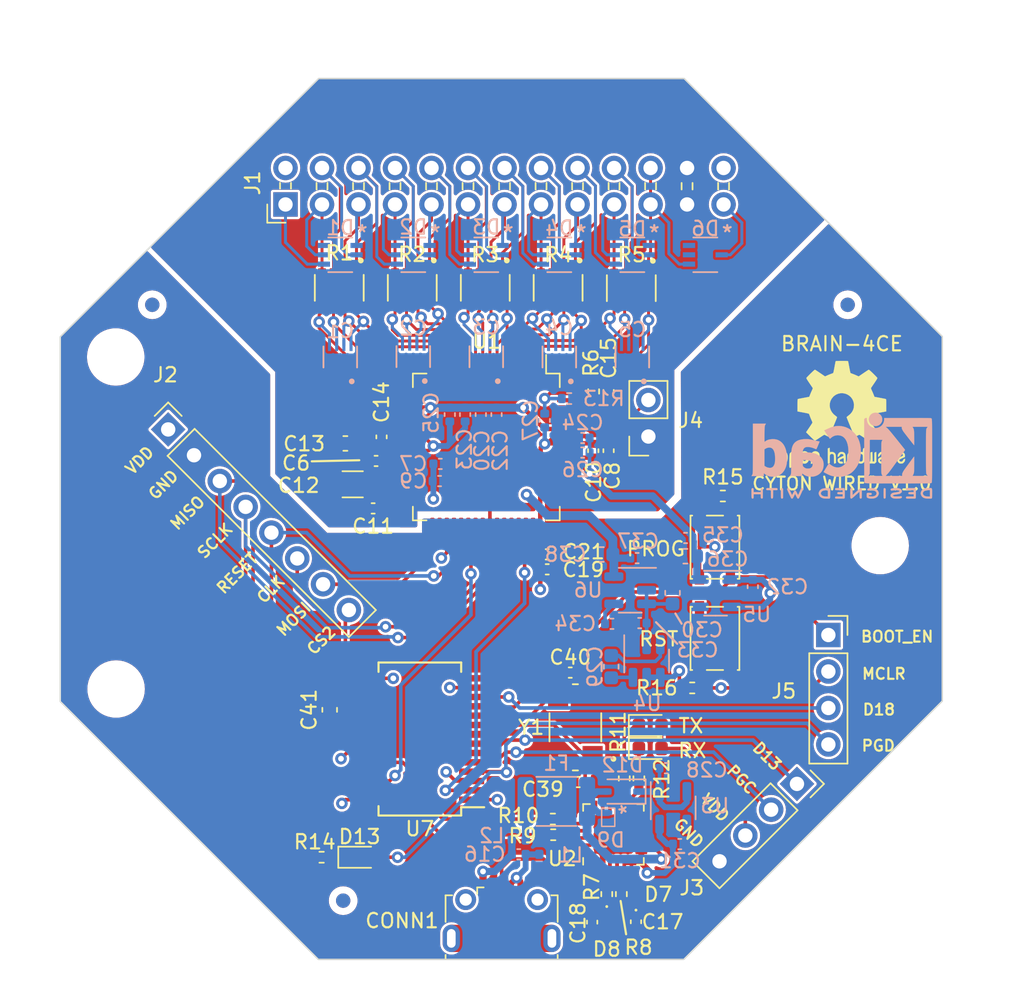
<source format=kicad_pcb>
(kicad_pcb (version 20221018) (generator pcbnew)
  (layers (0 "F.Cu" signal) (1 "In1.Cu" signal) (2 "In2.Cu" signal) (31 "B.Cu" signal) (34 "B.Paste" user) (35 "F.Paste" user) (36 "B.SilkS" user "B.Silkscreen") (37 "F.SilkS" user "F.Silkscreen") (38 "B.Mask" user) (39 "F.Mask" user) (44 "Edge.Cuts" user))
  (net 0 "")
  (net 1 "GNDA")
  (net 2 "/Daisy Functionality/_SRB1")
  (net 3 "/Daisy Functionality/_SRB2")
  (net 4 "/Daisy Functionality/IN1P")
  (net 5 "/Daisy Functionality/IN1N")
  (net 6 "/Daisy Functionality/IN2P")
  (net 7 "/Daisy Functionality/IN2N")
  (net 8 "/Daisy Functionality/IN3P")
  (net 9 "/Daisy Functionality/IN3N")
  (net 10 "/Daisy Functionality/IN4P")
  (net 11 "/Daisy Functionality/IN4N")
  (net 12 "/Daisy Functionality/IN5P")
  (net 13 "/Daisy Functionality/IN5N")
  (net 14 "/Daisy Functionality/IN6P")
  (net 15 "/Daisy Functionality/IN6N")
  (net 16 "/Daisy Functionality/IN7P")
  (net 17 "/Daisy Functionality/IN7N")
  (net 18 "/Daisy Functionality/IN8P")
  (net 19 "/Daisy Functionality/IN8N")
  (net 20 "/Daisy Functionality/BIAS_DRV")
  (net 21 "VSSA")
  (net 22 "Net-(U1-VCAP4)")
  (net 23 "Net-(U1-VCAP3)")
  (net 24 "Net-(U1-VCAP2)")
  (net 25 "Net-(U1-VCAP1)")
  (net 26 "Net-(U1-VREFP)")
  (net 27 "Net-(U1-RLDIN)")
  (net 28 "Net-(CONN1-VBUS)")
  (net 29 "Net-(CONN1-GND)")
  (net 30 "Net-(CONN1-D-)")
  (net 31 "Net-(CONN1-D+)")
  (net 32 "VDD")
  (net 33 "VDDA")
  (net 34 "Net-(U1-WCT)")
  (net 35 "/1P")
  (net 36 "/SRB2")
  (net 37 "/3P")
  (net 38 "/2N")
  (net 39 "/1N")
  (net 40 "/2P")
  (net 41 "/5P")
  (net 42 "/4N")
  (net 43 "/3N")
  (net 44 "/4P")
  (net 45 "/7P")
  (net 46 "/6N")
  (net 47 "/5N")
  (net 48 "/6P")
  (net 49 "/8N")
  (net 50 "/7N")
  (net 51 "/8P")
  (net 52 "/BIAS")
  (net 53 "Net-(D12-K)")
  (net 54 "Net-(U4-CAP+)")
  (net 55 "VCOM")
  (net 56 "Net-(F1-Pad2)")
  (net 57 "Net-(U4-CAP-)")
  (net 58 "/SCLK")
  (net 59 "/RESET")
  (net 60 "/CLK")
  (net 61 "/MOSI")
  (net 62 "/CS2")
  (net 63 "Net-(U6-NR)")
  (net 64 "/BIAS_INV")
  (net 65 "/FROM_PC")
  (net 66 "/TO_PC")
  (net 68 "Net-(D10-K)")
  (net 69 "Net-(D11-K)")
  (net 70 "/MISO")
  (net 71 "Net-(U2-D+)")
  (net 72 "Net-(U2-D-)")
  (net 73 "Net-(U2-TXD)")
  (net 74 "Net-(U2-RXD)")
  (net 75 "Net-(U2-~{TXT}{slash}GPIO.0)")
  (net 76 "Net-(U2-~{RXT}{slash}GPIO.1)")
  (net 87 "/SRB1")
  (net 97 "/Power Supply/-RAW")
  (net 101 "Net-(U7-D15)")
  (net 102 "Net-(U7-D16)")
  (net 103 "/MCU/INT1")
  (net 104 "/MCU/CS4")
  (net 105 "/MCU/CS3")
  (net 106 "Net-(U7-VCAP)")
  (net 108 "Net-(D13-K)")
  (net 109 "/CS1")
  (net 110 "/PGD")
  (net 111 "/D13")
  (net 112 "/PGC")
  (net 113 "/BOOT_EN")
  (net 114 "/MCLR")
  (net 115 "/D18")
  (net 116 "/DRDY")
  (footprint "Capacitor_SMD:C_0603_1608Metric" (layer "F.Cu") (at 128.8288 101.6254 180)
    (fp_text reference "C13")
    (fp_text value "10uF")
  )
  (footprint "Button_Switch_SMD:SW_SPST_PTS810" (layer "F.Cu") (at 154.5418 108.8468 90)
    (fp_text reference "SW1" hide)
    (fp_text value "SW_Push")
  )
  (footprint "LED_SMD:LED_0603_1608Metric" (layer "F.Cu") (at 150.0377 122.8598)
    (fp_text reference "D11" hide)
    (fp_text value "LED_GREEN")
  )
  (footprint "Resistor Arrays:RESCAF80P320X160X60-8N" (layer "F.Cu") (at 133.4832 90.791 -90)
    (fp_text reference "R2")
    (fp_text value "CAY16-222J4LF")
  )
  (footprint "Diode_SMD:D_0402_1005Metric" (layer "F.Cu") (at 149.0472 133.0198 90)
    (fp_text reference "D7")
    (fp_text value "ESD_VARISTOR")
  )
  (footprint "Resistor_SMD:R_0402_1005Metric" (layer "F.Cu") (at 127.1758 130.429)
    (fp_text reference "R14")
    (fp_text value "1k")
  )
  (footprint "Capacitor_SMD:C_0402_1005Metric" (layer "F.Cu") (at 131.3434 101.1682 90)
    (fp_text reference "C14")
    (fp_text value "0.1uF")
  )
  (footprint "Capacitor_SMD:C_0402_1005Metric" (layer "F.Cu") (at 147.1439 98.008 -90)
    (fp_text reference "C15")
    (fp_text value "1nF")
  )
  (footprint "Fiducial:Fiducial_1mm_Mask2mm" (layer "F.Cu") (at 163.7792 91.9734)
    (fp_text reference "REF**" hide)
    (fp_text value "Fiducial_1mm_Mask2mm")
  )
  (footprint "MountingHole:MountingHole_3.5mm" (layer "F.Cu") (at 112.8522 95.6056)
    (fp_text reference "REF**" hide)
    (fp_text value "MountingHole_3.5mm")
  )
  (footprint "Resistor_SMD:R_0402_1005Metric" (layer "F.Cu") (at 146.1025 98.006 -90)
    (fp_text reference "R6")
    (fp_text value "1M")
  )
  (footprint "ABMM:XTAL_ABMM2-8.000MHZ-E2-T" (layer "F.Cu") (at 144.8308 121.3866 180)
    (fp_text reference "Y1")
    (fp_text value "ABMM2-8.000MHZ-E2-T")
  )
  (footprint "Resistor_SMD:R_0402_1005Metric" (layer "F.Cu") (at 148.0312 132.9964 90)
    (fp_text reference "R8")
    (fp_text value "22 ohm")
  )
  (footprint "Resistor Arrays:RESCAF80P320X160X60-8N" (layer "F.Cu") (at 128.4032 90.791 -90)
    (fp_text reference "R1")
    (fp_text value "CAY16-222J4LF")
  )
  (footprint "Capacitor_SMD:C_0402_1005Metric" (layer "F.Cu") (at 130.7618 106.1466)
    (fp_text reference "C11")
    (fp_text value "1uF")
  )
  (footprint "Resistor Arrays:RESCAF80P320X160X60-8N" (layer "F.Cu") (at 148.7232 90.8164 -90)
    (fp_text reference "R5")
    (fp_text value "CAY16-222J4LF")
  )
  (footprint "Connector_PinSocket_2.54mm:PinSocket_1x04_P2.54mm_Vertical" (layer "F.Cu") (at 160.2486 125.3236 -45)
    (fp_text reference "J3")
    (fp_text value "Conn_01x04")
  )
  (footprint "Fiducial:Fiducial_1mm_Mask2mm" (layer "F.Cu") (at 128.6764 133.4516)
    (fp_text reference "REF**" hide)
    (fp_text value "Fiducial_1mm_Mask2mm")
  )
  (footprint "Capacitor_SMD:C_0402_1005Metric" (layer "F.Cu") (at 142.8724 110.3884)
    (fp_text reference "C19")
    (fp_text value "1uF")
  )
  (footprint "Capacitor_SMD:C_0603_1608Metric" (layer "F.Cu") (at 127.7366 120.1674 90)
    (fp_text reference "C41")
    (fp_text value "10uF")
  )
  (footprint "Package_DFN_QFN:QFN-24-1EP_4x4mm_P0.5mm_EP2.6x2.6mm" (layer "F.Cu") (at 147.4828 128.8392 90)
    (fp_text reference "U2")
    (fp_text value "CP2102N-Axx-xQFN24")
  )
  (footprint "Connector_PinHeader_2.54mm:PinHeader_2x13_P2.54mm_Horizontal" (layer "F.Cu") (at 124.6632 84.9884 90)
    (fp_text reference "J1")
    (fp_text value "Conn_02x13_Odd_Even")
  )
  (footprint "Capacitor_SMD:C_0402_1005Metric" (layer "F.Cu") (at 149.0472 134.9222 -90)
    (fp_text reference "C17")
    (fp_text value "47pF")
  )
  (footprint "Connector_PinSocket_2.54mm:PinSocket_1x04_P2.54mm_Vertical" (layer "F.Cu") (at 162.433 114.9604)
    (fp_text reference "J5")
    (fp_text value "Conn_01x04")
  )
  (footprint "Connector_USB:USB_Micro-B_Molex-105017-0001" (layer "F.Cu") (at 139.7 134.8428)
    (fp_text reference "CONN1")
    (fp_text value "USB_B_Micro")
  )
  (footprint "Resistor_SMD:R_0402_1005Metric" (layer "F.Cu") (at 155.0924 105.283 180)
    (fp_text reference "R15")
    (fp_text value "470k")
  )
  (footprint "Capacitor_SMD:C_0402_1005Metric" (layer "F.Cu") (at 146.0754 102.1308 -90)
    (fp_text reference "C10")
    (fp_text value "0.1uF")
  )
  (footprint "Capacitor_SMD:C_0402_1005Metric" (layer "F.Cu") (at 145.0314 125.1966)
    (fp_text reference "C39")
    (fp_text value "18pF")
  )
  (footprint "Symbol:OSHW-Logo2_9.8x8mm_SilkScreen" (layer "F.Cu") (at 163.3728 99.5934)
    (fp_text reference "REF**" hide)
    (fp_text value "OSHW-Logo2_9.8x8mm_SilkScreen" hide)
  )
  (footprint "Resistor_SMD:R_0402_1005Metric" (layer "F.Cu") (at 149.2504 124.9446 -90)
    (fp_text reference "R12")
    (fp_text value "330 ohm")
  )
  (footprint "Package_QFP:TQFP-64_10x10mm_P0.5mm" (layer "F.Cu") (at 138.6349 101.8688 -90)
    (fp_text reference "U1")
    (fp_text value "ADS129x")
  )
  (footprint "LED_SMD:LED_0603_1608Metric" (layer "F.Cu") (at 150.0377 121.2596)
    (fp_text reference "D10" hide)
    (fp_text value "LED_RED")
  )
  (footprint "Resistor_SMD:R_0402_1005Metric" (layer "F.Cu") (at 147.0152 132.9964 90)
    (fp_text reference "R7")
    (fp_text value "22 ohm")
  )
  (footprint "Package_SO:SSOP-28_5.3x10.2mm_P0.65mm" (layer "F.Cu") (at 134.0104 122.1994 180)
    (fp_text reference "U7")
    (fp_text value "PIC32MX250F128B-I/SS")
  )
  (footprint "Resistor_SMD:R_0402_1005Metric" (layer "F.Cu") (at 143.2644 127.7724 180)
    (fp_text reference "R10")
    (fp_text value "1k ohm")
  )
  (footprint "Capacitor_SMD:C_0402_1005Metric" (layer "F.Cu") (at 145.9992 134.9476 -90)
    (fp_text reference "C18")
    (fp_text value "47pF")
  )
  (footprint "Capacitor_SMD:C_0402_1005Metric" (layer "F.Cu") (at 147.1422 102.1308 -90)
    (fp_text reference "C8")
    (fp_text value "1uF")
  )
  (footprint "Connector_PinSocket_2.54mm:PinSocket_1x02_P2.54mm_Vertical" (layer "F.Cu") (at 149.9108 101.1428 180)
    (fp_text reference "J4")
    (fp_text value "Conn_01x02")
  )
  (footprint "Resistor_SMD:R_0402_1005Metric" (layer "F.Cu") (at 148.2344 124.9446 -90)
    (fp_text reference "R11")
    (fp_text value "330 ohm")
  )
  (footprint "MountingHole:MountingHole_3.5mm" (layer "F.Cu") (at 166.0398 108.7374)
    (fp_text reference "REF**" hide)
    (fp_text value "MountingHole_3.5mm")
  )
  (footprint "Diode_SMD:D_0402_1005Metric" (layer "F.Cu") (at 147.0152 134.9526 -90)
    (fp_text reference "D8")
    (fp_text value "ESD_VARISTOR")
  )
  (footprint "MountingHole:MountingHole_3.5mm" (layer "F.Cu") (at 112.8776 118.7196)
    (fp_text reference "REF**" hide)
    (fp_text value "MountingHole_3.5mm")
  )
  (footprint "Resistor Arrays:RESCAF80P320X160X60-8N" (layer "F.Cu") (at 143.6306 90.791 -90)
    (fp_text reference "R4")
    (fp_text value "CAY16-222J4LF")
  )
  (footprint "Resistor_SMD:R_0402_1005Metric" (layer "F.Cu") (at 152.9608 118.6434)
    (fp_text reference "R16")
    (fp_text value "470k")
  )
  (footprint "Capacitor_SMD:C_0402_1005Metric" (layer "F.Cu") (at 130.965 102.8446)
    (fp_text reference "C6")
    (fp_text value "1uF")
  )
  (footprint "Resistor Arrays:RESCAF80P320X160X60-8N" (layer "F.Cu") (at 138.5632 90.791 -90)
    (fp_text reference "R3")
    (fp_text value "CAY16-222J4LF")
  )
  (footprint "Capacitor_SMD:C_0402_1005Metric" (layer "F.Cu") (at 142.8724 109.347)
    (fp_text reference "C21")
    (fp_text value "0.1uF")
  )
  (footprint "Button_Switch_SMD:SW_SPST_PTS810" (layer "F.Cu") (at 154.5418 115.1968 -90)
    (fp_text reference "SW2" hide)
    (fp_text value "SW_Push")
  )
  (footprint "Connector_PinSocket_2.54mm:PinSocket_1x08_P2.54mm_Vertical" (layer "F.Cu") (at 116.5 100.65 45)
    (fp_text reference "J2")
    (fp_text value "Conn_01x08")
  )
  (footprint "Resistor_SMD:R_0402_1005Metric" (layer "F.Cu") (at 143.2898 128.8646 180)
    (fp_text reference "R9")
    (fp_text value "1k ohm")
  )
  (footprint "LED_SMD:LED_0603_1608Metric" (layer "F.Cu") (at 129.8193 130.429)
    (fp_text reference "D13")
    (fp_text value "LED")
  )
  (footprint "Capacitor_SMD:C_1206_3216Metric" (layer "F.Cu") (at 129.3368 104.4702)
    (fp_text reference "C12")
    (fp_text value "100uF")
  )
  (footprint "Fiducial:Fiducial_1mm_Mask2mm" (layer "F.Cu") (at 115.3922 91.9734)
    (fp_text reference "REF**" hide)
    (fp_text value "Fiducial_1mm_Mask2mm")
  )
  (footprint "Capacitor_SMD:C_0402_1005Metric" (layer "F.Cu") (at 144.4752 117.5766 180)
    (fp_text reference "C40")
    (fp_text value "18pF")
  )
  (footprint "Capacitor_SMD:C_0402_1005Metric" (layer "B.Cu") (at 145.3388 102.2604 180)
    (fp_text reference "C26")
    (fp_text value "0.1uF")
  )
  (footprint "Capacitor_SMD:C_0402_1005Metric" (layer "B.Cu") (at 136.0932 99.6162 -90)
    (fp_text reference "C25")
    (fp_text value "0.1uF")
  )
  (footprint "Fiducial:Fiducial_1mm_Mask2mm" (layer "B.Cu") (at 128.6764 133.4516 180)
    (fp_text reference "REF**" hide)
    (fp_text value "Fiducial_1mm_Mask2mm")
  )
  (footprint "Capacitor Arrays:CAPCAXE50P210X130X94-8N" (layer "B.Cu") (at 148.7932 95.6056 90)
    (fp_text reference "C5")
    (fp_text value "CA0508KRX7R9BB102")
  )
  (footprint "Package_TO_SOT_SMD:SOT-23-5" (layer "B.Cu") (at 154.5852 112.0517 180)
    (fp_text reference "U5")
    (fp_text value "TPS7A24")
  )
  (footprint "Inductor_SMD:L_0402_1005Metric" (layer "B.Cu") (at 142.8012 130.2258)
    (fp_text reference "L1")
    (fp_text value "CHOKE")
  )
  (footprint "Capacitor Arrays:CAPCAXE50P210X130X94-8N" (layer "B.Cu") (at 143.7132 95.6056 90)
    (fp_text reference "C4")
    (fp_text value "CA0508KRX7R9BB102")
  )
  (footprint "Package_TO_SOT_SMD:SOT-23-5" (layer "B.Cu") (at 151.638 126.9945 -90)
    (fp_text reference "U3")
    (fp_text value "MCP1754T-3302E/OT")
  )
  (footprint "Capacitor_SMD:C_0402_1005Metric" (layer "B.Cu") (at 138.2522 99.6162 -90)
    (fp_text reference "C20")
    (fp_text value "1uF")
  )
  (footprint "Diode_SMD:D_SOD-323" (layer "B.Cu") (at 148.1074 125.857 180)
    (fp_text reference "D12")
    (fp_text value "D_Zener")
  )
  (footprint "Capacitor_SMD:C_0603_1608Metric" (layer "B.Cu") (at 146.6651 109.3546 180)
    (fp_text reference "C38")
    (fp_text value "10uF")
  )
  (footprint "TSV - Diodes:TPD4E1B06DCKR" (layer "B.Cu") (at 143.7132 88.4936 180)
    (fp_text reference "D4")
    (fp_text value "TPD4E1B06DCKR")
  )
  (footprint "Package_TO_SOT_SMD:SOT-23-6" (layer "B.Cu") (at 149.7893 116.7714 -90)
    (fp_text reference "U4")
    (fp_text value "LM2664")
  )
  (footprint "Package_TO_SOT_SMD:SOT-23-5" (layer "B.Cu") (at 148.6463 111.8438 180)
    (fp_text reference "U6")
    (fp_text value "TPS723xx-Q1")
  )
  (footprint "TSV - Diodes:ESDALC6V1-1M2" (layer "B.Cu") (at 147.1168 127.6477 -90)
    (fp_text reference "D9")
    (fp_text value "TVS_D" hide)
  )
  (footprint "Fiducial:Fiducial_1mm_Mask2mm" (layer "B.Cu") (at 163.7792 91.9734 180)
    (fp_text reference "REF**" hide)
    (fp_text value "Fiducial_1mm_Mask2mm")
  )
  (footprint "Capacitor_SMD:C_0603_1608Metric" (layer "B.Cu") (at 152.4845 109.4761 180)
    (fp_text reference "C36")
    (fp_text value "10uF")
  )
  (footprint "Fiducial:Fiducial_1mm_Mask2mm" (layer "B.Cu") (at 115.3922 91.9734 180)
    (fp_text reference "REF**" hide)
    (fp_text value "Fiducial_1mm_Mask2mm")
  )
  (footprint "Resistor_SMD:R_0402_1005Metric" (layer "B.Cu") (at 144.399 98.5012)
    (fp_text reference "R13")
    (fp_text value "0")
  )
  (footprint "Capacitor_SMD:C_0402_1005Metric" (layer "B.Cu") (at 140.8912 130.2258)
    (fp_text reference "C16")
    (fp_text value "0.01uF")
  )
  (footprint "TSV - Diodes:TPD4E1B06DCKR" (layer "B.Cu") (at 153.8732 88.4936 180)
    (fp_text reference "D6")
    (fp_text value "TPD4E1B06DCKR")
  )
  (footprint "Capacitor Arrays:CAPCAXE50P210X130X94-8N" (layer "B.Cu") (at 128.4732 95.6056 90)
    (fp_text reference "C1")
    (fp_text value "CA0508KRX7R9BB102")
  )
  (footprint "Fuse:Fuse_1812_4532Metric" (layer "B.Cu") (at 143.5061 126.5428 180)
    (fp_text reference "F1")
    (fp_text value "SM_FUSE")
  )
  (footprint "Capacitor_SMD:C_0402_1005Metric" (layer "B.Cu") (at 135.382 104.2442)
    (fp_text reference "C9")
    (fp_text value "1uF")
  )
  (footprint "TSV - Diodes:TPD4E1B06DCKR" (layer "B.Cu") (at 138.6332 88.4936 180)
    (fp_text reference "D3")
    (fp_text value "TPD4E1B06DCKR")
  )
  (footprint "Capacitor_SMD:C_0603_1608Metric" (layer "B.Cu") (at 151.5927 112.0216 90)
    (fp_text reference "C30")
    (fp_text value "10uF")
  )
  (footprint "Capacitor_SMD:C_0402_1005Metric" (layer "B.Cu") (at 149.1289 109.6086)
    (fp_text reference "C37")
    (fp_text value "2.2uF")
  )
  (footprint "Capacitor_SMD:C_0402_1005Metric" (layer "B.Cu") (at 137.16 99.6162 -90)
    (fp_text reference "C23")
    (fp_text value "1uF")
  )
  (footprint "Capacitor_SMD:C_0603_1608Metric" (layer "B.Cu") (at 147.3255 117.1644 90)
    (fp_text reference "C29")
    (fp_text value "10uF")
  )
  (footprint "Capacitor Arrays:CAPCAXE50P210X130X94-8N" (layer "B.Cu") (at 138.6332 95.5913 90)
    (fp_text reference "C3")
    (fp_text value "CA0508KRX7R9BB102")
  )
  (footprint "Inductor_SMD:L_0402_1005Metric" (layer "B.Cu") (at 140.8938 129.2352 180)
    (fp_text reference "L2")
    (fp_text value "CHOKE")
  )
  (footprint "Capacitor_SMD:C_0402_1005Metric" (layer "B.Cu") (at 145.3388 101.2444 180)
    (fp_text reference "C24")
    (fp_text value "1uF")
  )
  (footprint "Capacitor_SMD:C_0402_1005Metric" (layer "B.Cu") (at 152.0952 129.5146)
    (fp_text reference "C31")
    (fp_text value "2.2uF")
  )
  (footprint "TSV - Diodes:TPD4E1B06DCKR" (layer "B.Cu") (at 128.4732 88.4936 180)
    (fp_text reference "D1")
    (fp_text value "TPD4E1B06DCKR")
  )
  (footprint "Capacitor_SMD:C_0402_1005Metric" (layer "B.Cu") (at 151.158 124.2314)
    (fp_text reference "C28")
    (fp_text value "2.2uF")
  )
  (footprint "Capacitor_SMD:C_0402_1005Metric" (layer "B.Cu") (at 147.3763 114.1806)
    (fp_text reference "C34")
    (fp_text value "0.01uF")
  )
  (footprint "Capacitor_SMD:C_0402_1005Metric" (layer "B.Cu") (at 152.4969 108.2061 180)
    (fp_text reference "C35")
    (fp_text value "2.2uF")
  )
  (footprint "Capacitor_SMD:C_0402_1005Metric" (layer "B.Cu") (at 157.176 111.5971 -90)
    (fp_text reference "C32")
    (fp_text value "2.2uF")
  )
  (footprint "Capacitor_SMD:C_0402_1005Metric" (layer "B.Cu") (at 149.3067 114.1298 180)
    (fp_text reference "C33")
    (fp_text value "2.2uF")
  )
  (footprint "Symbol:KiCad-Logo2_5mm_SilkScreen" (layer "B.Cu") (at 163.3728 102.4636 180)
    (fp_text reference "REF**" hide)
    (fp_text value "KiCad-Logo2_5mm_SilkScreen" hide)
  )
  (footprint "Capacitor Arrays:CAPCAXE50P210X130X94-8N" (layer "B.Cu") (at 133.5532 95.5802 90)
    (fp_text reference "C2")
    (fp_text value "CA0508KRX7R9BB102")
  )
  (footprint "Capacitor_SMD:C_0402_1005Metric" (layer "B.Cu") (at 139.3444 99.6162 -90)
    (fp_text reference "C22")
    (fp_text value "0.1uF")
  )
  (footprint "Capacitor_SMD:C_0402_1005Metric" (layer "B.Cu") (at 142.6972 100.0252 90)
    (fp_text reference "C27")
    (fp_text value "1nF")
  )
  (footprint "TSV - Diodes:TPD4E1B06DCKR" (layer "B.Cu") (at 133.5532 88.4936 180)
    (fp_text reference "D2")
    (fp_text value "TPD4E1B06DCKR")
  )
  (footprint "Capacitor_SMD:C_0402_1005Metric" (layer "B.Cu") (at 135.4328 103.0478)
    (fp_text reference "C7")
    (fp_text value "1uF")
  )
  (footprint "TSV - Diodes:TPD4E1B06DCKR" (layer "B.Cu") (at 148.7932 88.4936 180)
    (fp_text reference "D5")
    (fp_text value "TPD4E1B06DCKR")
  )
  (gr_line (start 151.7904 113.4618) (end 152.2222 114.173) (stroke (width 0.1524)) (layer "B.SilkS"))
  (gr_line (start 150.4442 114.0714) (end 151.9174 115.57) (stroke (width 0.1524)) (layer "B.SilkS"))
  (gr_line (start 129.794 102.7938) (end 126.492 102.87) (stroke (width 0.1524)) (layer "F.SilkS"))
  (gr_line (start 147.9804 133.477) (end 148.3614 135.7884) (stroke (width 0.1524)) (layer "F.SilkS"))
  (gr_poly (pts (xy 170.3578 94.1832) (xy 170.3578 119.5578) (xy 152.3746 137.541) (xy 126.9492 137.541) (xy 108.9914 119.5832) (xy 108.9914 94.2086) (xy 126.9746 76.2254) (xy 152.4 76.2254)) (stroke (width 0.1016)) (fill none) (layer "Edge.Cuts"))
  (gr_text "BRAIN-4CE" (at 163.3728 94.6912) (layer "F.SilkS") (effects (font (size 1 1))))
  (gr_text "BOOT_EN" (at 164.6174 115.5192) (layer "F.SilkS") (effects (font (size 0.762 0.762)) (justify left bottom)))
  (gr_text "TX" (at 151.9174 121.8692) (layer "F.SilkS") (effects (font (size 1 1)) (justify left bottom)))
  (gr_text "CLK" (at 123.1392 112.9284 45) (layer "F.SilkS") (effects (font (size 0.762 0.762)) (justify left bottom)))
  (gr_text "MCLR" (at 164.6936 118.11) (layer "F.SilkS") (effects (font (size 0.762 0.762)) (justify left bottom)))
  (gr_text "GND" (at 115.5954 105.7148 45) (layer "F.SilkS") (effects (font (size 0.762 0.762)) (justify left bottom)))
  (gr_text "RESET" (at 120.3452 112.268 45) (layer "F.SilkS") (effects (font (size 0.762 0.762)) (justify left bottom)))
  (gr_text "GND" (at 151.511 128.1684 315) (layer "F.SilkS") (effects (font (size 0.762 0.762)) (justify left bottom)))
  (gr_text "PROG" (at 148.3106 109.5502) (layer "F.SilkS") (effects (font (size 1 1)) (justify left bottom)))
  (gr_text "PGC" (at 155.194 124.46 315) (layer "F.SilkS") (effects (font (size 0.762 0.762)) (justify left bottom)))
  (gr_text "D13" (at 156.9974 122.8598 315) (layer "F.SilkS") (effects (font (size 0.762 0.762)) (justify left bottom)))
  (gr_text "VDD" (at 153.3906 126.4666 315) (layer "F.SilkS") (effects (font (size 0.762 0.762)) (justify left bottom)))
  (gr_text "CS2" (at 126.619 116.5098 45) (layer "F.SilkS") (effects (font (size 0.762 0.762)) (justify left bottom)))
  (gr_text "D18" (at 164.7444 120.5992) (layer "F.SilkS") (effects (font (size 0.762 0.762)) (justify left bottom)))
  (gr_text "RX" (at 151.892 123.5964) (layer "F.SilkS") (effects (font (size 1 1)) (justify left bottom)))
  (gr_text "PGD" (at 164.6682 123.1138) (layer "F.SilkS") (effects (font (size 0.762 0.762)) (justify left bottom)))
  (gr_text "CYTON WIRED V1.0" (at 163.3728 104.4194) (layer "F.SilkS") (effects (font (size 0.889 0.889))))
  (gr_text "MISO" (at 117.1194 107.823 45) (layer "F.SilkS") (effects (font (size 0.762 0.762)) (justify left bottom)))
  (gr_text "VDD" (at 113.9952 103.9622 45) (layer "F.SilkS") (effects (font (size 0.762 0.762)) (justify left bottom)))
  (gr_text "MOSI" (at 124.5108 115.2144 45) (layer "F.SilkS") (effects (font (size 0.762 0.762)) (justify left bottom)))
  (gr_text "SCLK" (at 118.999 109.8042 45) (layer "F.SilkS") (effects (font (size 0.762 0.762)) (justify left bottom)))
  (gr_text "RST" (at 149.1742 115.824) (layer "F.SilkS") (effects (font (size 1 1)) (justify left bottom)))
  (segment (start 146.7328 129.5892) (end 147.4828 128.8392) (width 0.25) (layer "F.Cu") (net 1))
  (segment (start 138.8849 107.5313) (end 138.8849 105.7679) (width 0.25) (layer "F.Cu") (net 1))
  (segment (start 138.8849 105.7679) (end 138.8872 105.7656) (width 0.25) (layer "F.Cu") (net 1))
  (segment (start 143.3524 109.347) (end 143.3524 110.3884) (width 0.25) (layer "F.Cu") (net 1))
  (segment (start 143.3545 109.3491) (end 143.3524 109.347) (width 0.25) (layer "F.Cu") (net 1))
  (segment (start 137.8832 96.3913) (end 137.8832 97.548) (width 0.2032) (layer "B.Cu") (net 1))
  (segment (start 139.3832 96.3913) (end 140.1555 96.3913) (width 0.2032) (layer "B.Cu") (net 1))
  (segment (start 139.3832 96.3913) (end 139.3832 97.5226) (width 0.2032) (layer "B.Cu") (net 1))
  (segment (start 148.0432 96.4056) (end 148.0432 97.524) (width 0.2032) (layer "B.Cu") (net 1))
  (segment (start 149.5432 96.4056) (end 150.3298 96.4056) (width 0.2032) (layer "B.Cu") (net 1))
  (segment (start 149.0432 96.4056) (end 149.0432 97.54) (width 0.2032) (layer "B.Cu") (net 1))
  (segment (start 128.7232 96.4056) (end 128.7232 97.5574) (width 0.2032) (layer "B.Cu") (net 1))
  (segment (start 134.3032 96.3802) (end 135.2168 96.3802) (width 0.2032) (layer "B.Cu") (net 1))
  (segment (start 149.0432 97.54) (end 148.7932 97.79) (width 0.2032) (layer "B.Cu") (net 1))
  (segment (start 128.2232 96.4056) (end 128.2232 97.4892) (width 0.2032) (layer "B.Cu") (net 1))
  (segment (start 127.7232 96.4056) (end 126.784 96.4056) (width 0.2032) (layer "B.Cu") (net 1))
  (segment (start 138.3832 96.3913) (end 138.3832 97.5146) (width 0.2032) (layer "B.Cu") (net 1))
  (segment (start 142.9632 96.4056) (end 142.9632 97.524) (width 0.2032) (layer "B.Cu") (net 1))
  (segment (start 137.8832 96.3913) (end 137.0601 96.3913) (width 0.2032) (layer "B.Cu") (net 1))
  (segment (start 148.0432 96.4056) (end 147.2818 96.4056) (width 0.2032) (layer "B.Cu") (net 1))
  (segment (start 133.3032 96.3802) (end 133.3032 97.5908) (width 0.2032) (layer "B.Cu") (net 1))
  (segment (start 132.8032 96.3802) (end 132.8032 97.5988) (width 0.2032) (layer "B.Cu") (net 1))
  (segment (start 143.9632 96.4056) (end 143.9632 97.413) (width 0.2032) (layer "B.Cu") (net 1))
  (segment (start 149.5432 96.4056) (end 149.5432 97.3702) (width 0.2032) (layer "B.Cu") (net 1))
  (segment (start 129.2232 96.4056) (end 130.1622 96.4056) (width 0.2032) (layer "B.Cu") (net 1))
  (segment (start 144.4632 96.4056) (end 144.4632 97.5494) (width 0.2032) (layer "B.Cu") (net 1))
  (segment (start 132.8032 96.3802) (end 131.8894 96.3802) (width 0.2032) (layer "B.Cu") (net 1))
  (segment (start 133.8032 96.3802) (end 133.8032 97.5828) (width 0.2032) (layer "B.Cu") (net 1))
  (segment (start 148.7932 97.79) (end 148.5432 97.54) (width 0.2032) (layer "B.Cu") (net 1))
  (segment (start 127.7232 96.4056) (end 127.7232 97.4972) (width 0.2032) (layer "B.Cu") (net 1))
  (segment (start 129.2232 96.4056) (end 129.2232 97.4986) (width 0.2032) (layer "B.Cu") (net 1))
  (segment (start 134.3032 96.3802) (end 134.3032 97.5494) (width 0.2032) (layer "B.Cu") (net 1))
  (segment (start 142.9632 96.4056) (end 142.1002 96.4056) (width 0.2032) (layer "B.Cu") (net 1))
  (segment (start 148.5432 97.54) (end 148.5432 96.4056) (width 0.2032) (layer "B.Cu") (net 1))
  (segment (start 143.4632 96.4056) (end 143.4632 97.4812) (width 0.2032) (layer "B.Cu") (net 1))
  (segment (start 149.0432 94.8056) (end 149.0432 96.4056) (width 0.2032) (layer "B.Cu") (net 1))
  (segment (start 144.4632 96.4056) (end 145.3768 96.4056) (width 0.2032) (layer "B.Cu") (net 1))
  (segment (start 138.8832 96.3913) (end 138.8832 97.54) (width 0.2032) (layer "B.Cu") (net 1))
  (segment (start 131.5198 98.1188) (end 132.9724 98.1188) (width 0.2032) (layer "F.Cu") (net 2))
  (segment (start 127.003697 93.1672) (end 127.003697 92.680903) (width 0.2032) (layer "F.Cu") (net 2))
  (segment (start 127.003697 93.602697) (end 131.5198 98.1188) (width 0.2032) (layer "F.Cu") (net 2))
  (segment (start 127.003697 92.680903) (end 127.2032 92.4814) (width 0.2032) (layer "F.Cu") (net 2))
  (segment (start 127.2032 92.4814) (end 127.2032 91.666) (width 0.2032) (layer "F.Cu") (net 2))
  (segment (start 127.003697 93.1672) (end 127.003697 93.602697) (width 0.2032) (layer "F.Cu") (net 2))
  (via (at 127.003697 93.1672) (size 0.8) (drill 0.4) (layers "F.Cu" "B.Cu") (net 2))
  (segment (start 127.7232 93.9666) (end 127.7232 94.8056) (width 0.2032) (layer "B.Cu") (net 2))
  (segment (start 127.003697 93.1672) (end 127.003697 93.247097) (width 0.2032) (layer "B.Cu") (net 2))
  (segment (start 127.003697 93.247097) (end 127.7232 93.9666) (width 0.2032) (layer "B.Cu") (net 2))
  (segment (start 134.0452 98.6188) (end 132.9724 98.6188) (width 0.2032) (layer "F.Cu") (net 3))
  (segment (start 134.4422 97.409) (end 134.4422 98.2218) (width 0.2032) (layer "F.Cu") (net 3))
  (segment (start 128.0032 93.1672) (end 128.0032 91.666) (width 0.2032) (layer "F.Cu") (net 3))
  (segment (start 134.0612 97.028) (end 134.4422 97.409) (width 0.2032) (layer "F.Cu") (net 3))
  (segment (start 128.0032 93.2814) (end 131.7498 97.028) (width 0.2032) (layer "F.Cu") (net 3))
  (segment (start 128.0032 93.1672) (end 128.0032 93.2814) (width 0.2032) (layer "F.Cu") (net 3))
  (segment (start 134.4422 98.2218) (end 134.0452 98.6188) (width 0.2032) (layer "F.Cu") (net 3))
  (segment (start 131.7498 97.028) (end 134.0612 97.028) (width 0.2032) (layer "F.Cu") (net 3))
  (via (at 128.0032 93.1672) (size 0.8) (drill 0.4) (layers "F.Cu" "B.Cu") (net 3))
  (segment (start 128.2232 94.8056) (end 128.2232 93.3872) (width 0.2032) (layer "B.Cu") (net 3))
  (segment (start 128.2232 93.3872) (end 128.0032 93.1672) (width 0.2032) (layer "B.Cu") (net 3))
  (segment (start 129.0701 93.1037) (end 128.8032 92.8368) (width 0.2032) (layer "F.Cu") (net 4))
  (segment (start 134.8849 95.0323) (end 134.8849 96.2063) (width 0.2032) (layer "F.Cu") (net 4))
  (segment (start 130.8608 94.8944) (end 134.747 94.8944) (width 0.2032) (layer "F.Cu") (net 4))
  (segment (start 134.747 94.8944) (end 134.8849 95.0323) (width 0.2032) (layer "F.Cu") (net 4))
  (segment (start 128.8032 92.8368) (end 128.8032 91.666) (width 0.2032) (layer "F.Cu") (net 4))
  (segment (start 129.0701 93.1037) (end 130.8608 94.8944) (width 0.2032) (layer "F.Cu") (net 4))
  (via (at 129.0701 93.1037) (size 0.8) (drill 0.4) (layers "F.Cu" "B.Cu") (net 4))
  (segment (start 129.0701 93.1037) (end 128.7232 93.4506) (width 0.2032) (layer "B.Cu") (net 4))
  (segment (start 128.7232 93.4506) (end 128.7232 94.8056) (width 0.2032) (layer "B.Cu") (net 4))
  (segment (start 129.6162 91.679) (end 129.6032 91.666) (width 0.2032) (layer "F.Cu") (net 5))
  (segment (start 130.086327 93.130684) (end 129.6162 92.660557) (width 0.2032) (layer "F.Cu") (net 5))
  (segment (start 135.3849 94.966615) (end 135.3849 96.2063) (width 0.2032) (layer "F.Cu") (net 5))
  (segment (start 131.426 94.4944) (end 134.912686 94.4944) (width 0.2032) (layer "F.Cu") (net 5))
  (segment (start 134.912686 94.4944) (end 135.3849 94.966615) (width 0.2032) (layer "F.Cu") (net 5))
  (segment (start 129.6162 92.660557) (end 129.6162 91.679) (width 0.2032) (layer "F.Cu") (net 5))
  (segment (start 130.086327 93.154727) (end 131.426 94.4944) (width 0.2032) (layer "F.Cu") (net 5))
  (segment (start 130.086327 93.130684) (end 130.086327 93.154727) (width 0.2032) (layer "F.Cu") (net 5))
  (via (at 130.086327 93.130684) (size 0.8) (drill 0.4) (layers "F.Cu" "B.Cu") (net 5))
  (segment (start 129.2232 94.8056) (end 129.2232 93.993811) (width 0.2032) (layer "B.Cu") (net 5))
  (segment (start 129.2232 93.993811) (end 130.086327 93.130684) (width 0.2032) (layer "B.Cu") (net 5))
  (segment (start 132.096905 93.717505) (end 132.4738 94.0944) (width 0.2032) (layer "F.Cu") (net 6))
  (segment (start 132.096905 92.986254) (end 132.2832 92.799959) (width 0.2032) (layer "F.Cu") (net 6))
  (segment (start 132.4738 94.0944) (end 135.078372 94.094401) (width 0.2032) (layer "F.Cu") (net 6))
  (segment (start 132.2832 92.799959) (end 132.2832 91.666) (width 0.2032) (layer "F.Cu") (net 6))
  (segment (start 135.078372 94.094401) (end 135.8849 94.90093) (width 0.2032) (layer "F.Cu") (net 6))
  (segment (start 132.096905 92.986254) (end 132.096905 93.717505) (width 0.2032) (layer "F.Cu") (net 6))
  (segment (start 135.8849 94.90093) (end 135.8849 96.2063) (width 0.2032) (layer "F.Cu") (net 6))
  (via (at 132.096905 92.986254) (size 0.8) (drill 0.4) (layers "F.Cu" "B.Cu") (net 6))
  (segment (start 132.096905 93.565105) (end 132.096905 92.986254) (width 0.2032) (layer "B.Cu") (net 6))
  (segment (start 132.8032 94.7802) (end 132.8032 94.2714) (width 0.2032) (layer "B.Cu") (net 6))
  (segment (start 132.8032 94.2714) (end 132.096905 93.565105) (width 0.2032) (layer "B.Cu") (net 6))
  (segment (start 133.7756 93.6944) (end 135.244058 93.694401) (width 0.2032) (layer "F.Cu") (net 7))
  (segment (start 136.3849 94.835245) (end 136.3849 96.2063) (width 0.2032) (layer "F.Cu") (net 7))
  (segment (start 133.096 93.0148) (end 133.7756 93.6944) (width 0.2032) (layer "F.Cu") (net 7))
  (segment (start 135.244058 93.694401) (end 136.3849 94.835245) (width 0.2032) (layer "F.Cu") (net 7))
  (segment (start 133.096 93.0148) (end 133.0832 93.002) (width 0.2032) (layer "F.Cu") (net 7))
  (segment (start 133.0832 93.002) (end 133.0832 91.666) (width 0.2032) (layer "F.Cu") (net 7))
  (via (at 133.096 93.0148) (size 0.8) (drill 0.4) (layers "F.Cu" "B.Cu") (net 7))
  (segment (start 133.3032 93.9586) (end 133.3032 94.7802) (width 0.2032) (layer "B.Cu") (net 7))
  (segment (start 133.096 93.0148) (end 133.096 93.7514) (width 0.2032) (layer "B.Cu") (net 7))
  (segment (start 133.096 93.7514) (end 133.3032 93.9586) (width 0.2032) (layer "B.Cu") (net 7))
  (segment (start 134.094731 92.8425) (end 133.8832 92.630969) (width 0.2032) (layer "F.Cu") (net 8))
  (segment (start 133.8832 92.630969) (end 133.8832 91.666) (width 0.2032) (layer "F.Cu") (net 8))
  (segment (start 135.409745 93.294401) (end 136.8849 94.769556) (width 0.2032) (layer "F.Cu") (net 8))
  (segment (start 136.8849 94.769556) (end 136.8849 96.2063) (width 0.2032) (layer "F.Cu") (net 8))
  (segment (start 134.546632 93.294401) (end 135.409745 93.294401) (width 0.2032) (layer "F.Cu") (net 8))
  (segment (start 134.094731 92.8425) (end 134.546632 93.294401) (width 0.2032) (layer "F.Cu") (net 8))
  (via (at 134.094731 92.8425) (size 0.8) (drill 0.4) (layers "F.Cu" "B.Cu") (net 8))
  (segment (start 133.8032 93.9586) (end 134.094731 93.667069) (width 0.2032) (layer "B.Cu") (net 8))
  (segment (start 134.094731 93.667069) (end 134.094731 92.8425) (width 0.2032) (layer "B.Cu") (net 8))
  (segment (start 133.8032 94.7802) (end 133.8032 93.9586) (width 0.2032) (layer "B.Cu") (net 8))
  (segment (start 134.6832 92.00217) (end 134.6832 91.666) (width 0.2032) (layer "F.Cu") (net 9))
  (segment (start 135.275931 92.594901) (end 137.3849 94.70387) (width 0.2032) (layer "F.Cu") (net 9))
  (segment (start 135.275931 92.594901) (end 134.6832 92.00217) (width 0.2032) (layer "F.Cu") (net 9))
  (segment (start 137.3849 94.70387) (end 137.3849 96.2063) (width 0.2032) (layer "F.Cu") (net 9))
  (via (at 135.275931 92.594901) (size 0.8) (drill 0.4) (layers "F.Cu" "B.Cu") (net 9))
  (segment (start 135.275931 93.070069) (end 135.275931 92.594901) (width 0.2032) (layer "B.Cu") (net 9))
  (segment (start 134.3032 94.7802) (end 134.3032 94.0428) (width 0.2032) (layer "B.Cu") (net 9))
  (segment (start 134.3032 94.0428) (end 135.275931 93.070069) (width 0.2032) (layer "B.Cu") (net 9))
  (segment (start 137.0838 92.8624) (end 137.0838 93.356628) (width 0.2032) (layer "F.Cu") (net 10))
  (segment (start 137.0838 93.356628) (end 137.8849 94.157728) (width 0.2032) (layer "F.Cu") (net 10))
  (segment (start 137.3632 92.583) (end 137.0838 92.8624) (width 0.2032) (layer "F.Cu") (net 10))
  (segment (start 137.8849 94.157728) (end 137.8849 96.2063) (width 0.2032) (layer "F.Cu") (net 10))
  (segment (start 137.3632 91.666) (end 137.3632 92.583) (width 0.2032) (layer "F.Cu") (net 10))
  (via (at 137.0838 92.8624) (size 0.8) (drill 0.4) (layers "F.Cu" "B.Cu") (net 10))
  (segment (start 137.8832 94.1444) (end 137.0838 93.345) (width 0.2032) (layer "B.Cu") (net 10))
  (segment (start 137.0838 93.345) (end 137.0838 92.8624) (width 0.2032) (layer "B.Cu") (net 10))
  (segment (start 137.8832 94.7913) (end 137.8832 94.1444) (width 0.2032) (layer "B.Cu") (net 10))
  (segment (start 138.081846 92.916348) (end 138.081846 92.473754) (width 0.2032) (layer "F.Cu") (net 11))
  (segment (start 138.3849 93.219402) (end 138.3849 96.2063) (width 0.2032) (layer "F.Cu") (net 11))
  (segment (start 138.081846 92.916348) (end 138.3849 93.219402) (width 0.2032) (layer "F.Cu") (net 11))
  (segment (start 138.1632 92.3924) (end 138.1632 91.666) (width 0.2032) (layer "F.Cu") (net 11))
  (segment (start 138.081846 92.473754) (end 138.1632 92.3924) (width 0.2032) (layer "F.Cu") (net 11))
  (via (at 138.081846 92.916348) (size 0.8) (drill 0.4) (layers "F.Cu" "B.Cu") (net 11))
  (segment (start 138.081846 93.581046) (end 138.081846 92.916348) (width 0.2032) (layer "B.Cu") (net 11))
  (segment (start 138.3832 93.8824) (end 138.081846 93.581046) (width 0.2032) (layer "B.Cu") (net 11))
  (segment (start 138.3832 94.7913) (end 138.3832 93.8824) (width 0.2032) (layer "B.Cu") (net 11))
  (segment (start 138.8849 94.2871) (end 138.8849 96.2063) (width 0.2032) (layer "F.Cu") (net 12))
  (segment (start 138.9632 92.795005) (end 138.9632 91.666) (width 0.2032) (layer "F.Cu") (net 12))
  (segment (start 139.081343 92.913148) (end 139.081343 94.090657) (width 0.2032) (layer "F.Cu") (net 12))
  (segment (start 139.081343 94.090657) (end 138.8849 94.2871) (width 0.2032) (layer "F.Cu") (net 12))
  (segment (start 139.081343 92.913148) (end 138.9632 92.795005) (width 0.2032) (layer "F.Cu") (net 12))
  (via (at 139.081343 92.913148) (size 0.8) (drill 0.4) (layers "F.Cu" "B.Cu") (net 12))
  (segment (start 138.8832 94.7913) (end 138.8832 93.857) (width 0.2032) (layer "B.Cu") (net 12))
  (segment (start 139.081343 93.658857) (end 139.081343 92.913148) (width 0.2032) (layer "B.Cu") (net 12))
  (segment (start 138.8832 93.857) (end 139.081343 93.658857) (width 0.2032) (layer "B.Cu") (net 12))
  (segment (start 140.080845 94.030955) (end 139.3849 94.7269) (width 0.2032) (layer "F.Cu") (net 13))
  (segment (start 140.080845 92.913206) (end 140.080845 94.030955) (width 0.2032) (layer "F.Cu") (net 13))
  (segment (start 140.080845 91.983645) (end 139.7632 91.666) (width 0.2032) (layer "F.Cu") (net 13))
  (segment (start 140.080845 92.913206) (end 140.080845 91.983645) (width 0.2032) (layer "F.Cu") (net 13))
  (segment (start 139.3849 94.7269) (end 139.3849 96.2063) (width 0.2032) (layer "F.Cu") (net 13))
  (via (at 140.080845 92.913206) (size 0.8) (drill 0.4) (layers "F.Cu" "B.Cu") (net 13))
  (segment (start 139.3832 94.7913) (end 139.3832 93.9412) (width 0.2032) (layer "B.Cu") (net 13))
  (segment (start 140.080845 93.243555) (end 140.080845 92.913206) (width 0.2032) (layer "B.Cu") (net 13))
  (segment (start 139.3832 93.9412) (end 140.080845 93.243555) (width 0.2032) (layer "B.Cu") (net 13))
  (segment (start 142.4306 92.34622) (end 142.4306 91.666) (width 0.2032) (layer "F.Cu") (net 14))
  (segment (start 139.8849 94.848128) (end 139.8849 96.2063) (width 0.2032) (layer "F.Cu") (net 14))
  (segment (start 141.8191 92.913928) (end 139.8849 94.848128) (width 0.2032) (layer "F.Cu") (net 14))
  (segment (start 141.851353 92.913928) (end 141.8191 92.913928) (width 0.2032) (layer "F.Cu") (net 14))
  (segment (start 141.862892 92.913928) (end 142.4306 92.34622) (width 0.2032) (layer "F.Cu") (net 14))
  (segment (start 141.851353 92.913928) (end 141.862892 92.913928) (width 0.2032) (layer "F.Cu") (net 14))
  (via (at 141.851353 92.913928) (size 0.8) (drill 0.4) (layers "F.Cu" "B.Cu") (net 14))
  (segment (start 142.9632 94.3476) (end 141.851353 93.235753) (width 0.2032) (layer "B.Cu") (net 14))
  (segment (start 141.851353 93.235753) (end 141.851353 92.913928) (width 0.2032) (layer "B.Cu") (net 14))
  (segment (start 142.9632 94.8056) (end 142.9632 94.3476) (width 0.2032) (layer "B.Cu") (net 14))
  (segment (start 141.636114 93.6626) (end 140.3849 94.913814) (width 0.2032) (layer "F.Cu") (net 15))
  (segment (start 143.2306 92.583) (end 143.2306 91.666) (width 0.2032) (layer "F.Cu") (net 15))
  (segment (start 142.8496 92.964) (end 142.8496 92.9894) (width 0.2032) (layer "F.Cu") (net 15))
  (segment (start 142.8496 92.964) (end 143.2306 92.583) (width 0.2032) (layer "F.Cu") (net 15))
  (segment (start 142.1764 93.6626) (end 141.636114 93.6626) (width 0.2032) (layer "F.Cu") (net 15))
  (segment (start 140.3849 94.913814) (end 140.3849 96.2063) (width 0.2032) (layer "F.Cu") (net 15))
  (segment (start 142.8496 92.9894) (end 142.1764 93.6626) (width 0.2032) (layer "F.Cu") (net 15))
  (via (at 142.8496 92.964) (size 0.8) (drill 0.4) (layers "F.Cu" "B.Cu") (net 15))
  (segment (start 142.8496 93.379224) (end 142.8496 92.964) (width 0.2032) (layer "B.Cu") (net 15))
  (segment (start 143.4632 93.992824) (end 142.8496 93.379224) (width 0.2032) (layer "B.Cu") (net 15))
  (segment (start 143.4632 94.8056) (end 143.4632 93.992824) (width 0.2032) (layer "B.Cu") (net 15))
  (segment (start 141.8018 94.0626) (end 140.8849 94.9795) (width 0.2032) (layer "F.Cu") (net 16))
  (segment (start 142.983374 94.0626) (end 141.8018 94.0626) (width 0.2032) (layer "F.Cu") (net 16))
  (segment (start 144.0306 93.015374) (end 142.983374 94.0626) (width 0.2032) (layer "F.Cu") (net 16))
  (segment (start 140.8849 94.9795) (end 140.8849 96.2063) (width 0.2032) (layer "F.Cu") (net 16))
  (segment (start 144.0306 93.015374) (end 144.0306 91.666) (width 0.2032) (layer "F.Cu") (net 16))
  (via (at 144.0306 93.015374) (size 0.8) (drill 0.4) (layers "F.Cu" "B.Cu") (net 16))
  (segment (start 143.9632 93.082774) (end 144.0306 93.015374) (width 0.2032) (layer "B.Cu") (net 16))
  (segment (start 143.9632 94.8056) (end 143.9632 93.082774) (width 0.2032) (layer "B.Cu") (net 16))
  (segment (start 145.2372 93.0656) (end 144.8306 92.659) (width 0.2032) (layer "F.Cu") (net 17))
  (segment (start 145.2372 93.0656) (end 145.2372 93.9546) (width 0.2032) (layer "F.Cu") (net 17))
  (segment (start 144.7292 94.4626) (end 141.967486 94.4626) (width 0.2032) (layer "F.Cu") (net 17))
  (segment (start 141.3849 95.045186) (end 141.3849 96.2063) (width 0.2032) (layer "F.Cu") (net 17))
  (segment (start 145.2372 93.9546) (end 144.7292 94.4626) (width 0.2032) (layer "F.Cu") (net 17))
  (segment (start 141.967486 94.4626) (end 141.3849 95.045186) (width 0.2032) (layer "F.Cu") (net 17))
  (segment (start 144.8306 92.659) (end 144.8306 91.666) (width 0.2032) (layer "F.Cu") (net 17))
  (via (at 145.2372 93.0656) (size 0.8) (drill 0.4) (layers "F.Cu" "B.Cu") (net 17))
  (segment (start 144.4632 94.8056) (end 144.4632 93.8396) (width 0.2032) (layer "B.Cu") (net 17))
  (segment (start 144.4632 93.8396) (end 145.2372 93.0656) (width 0.2032) (layer "B.Cu") (net 17))
  (segment (start 147.2438 92.9132) (end 147.5232 92.6338) (width 0.2032) (layer "F.Cu") (net 18))
  (segment (start 147.5232 92.6338) (end 147.5232 91.6914) (width 0.2032) (layer "F.Cu") (net 18))
  (segment (start 147.2438 92.9132) (end 145.2944 94.8626) (width 0.2032) (layer "F.Cu") (net 18))
  (segment (start 142.2718 94.8626) (end 141.8849 95.2495) (width 0.2032) (layer "F.Cu") (net 18))
  (segment (start 145.2944 94.8626) (end 142.2718 94.8626) (width 0.2032) (layer "F.Cu") (net 18))
  (segment (start 141.8849 95.2495) (end 141.8849 96.2063) (width 0.2032) (layer "F.Cu") (net 18))
  (via (at 147.2438 92.9132) (size 0.8) (drill 0.4) (layers "F.Cu" "B.Cu") (net 18))
  (segment (start 147.2438 93.4974) (end 147.2438 92.9132) (width 0.2032) (layer "B.Cu") (net 18))
  (segment (start 148.0432 94.2968) (end 147.2438 93.4974) (width 0.2032) (layer "B.Cu") (net 18))
  (segment (start 148.0432 94.8056) (end 148.0432 94.2968) (width 0.2032) (layer "B.Cu") (net 18))
  (segment (start 148.2598 92.964) (end 148.2598 93.472) (width 0.2032) (layer "F.Cu") (net 19))
  (segment (start 148.2598 93.472) (end 145.5255 96.2063) (width 0.2032) (layer "F.Cu") (net 19))
  (segment (start 148.2598 92.964) (end 148.2598 92.202) (width 0.2032) (layer "F.Cu") (net 19))
  (segment (start 145.5255 96.2063) (end 142.3849 96.2063) (width 0.2032) (layer "F.Cu") (net 19))
  (via (at 148.2598 92.964) (size 0.8) (drill 0.4) (layers "F.Cu" "B.Cu") (net 19))
  (segment (start 148.5432 94.8056) (end 148.5432 93.7046) (width 0.2032) (layer "B.Cu") (net 19))
  (segment (start 148.2598 93.4212) (end 148.2598 92.964) (width 0.2032) (layer "B.Cu") (net 19))
  (segment (start 148.5432 93.7046) (end 148.2598 93.4212) (width 0.2032) (layer "B.Cu") (net 19))
  (segment (start 147.1119 97.496) (end 147.1439 97.528) (width 0.2032) (layer "F.Cu") (net 20))
  (segment (start 146.1025 97.496) (end 147.1119 97.496) (width 0.2032) (layer "F.Cu") (net 20))
  (segment (start 149.9232 91.6914) (end 149.9232 93.0278) (width 0.2032) (layer "F.Cu") (net 20))
  (segment (start 149.9232 93.0278) (end 149.9232 94.7487) (width 0.2032) (layer "F.Cu") (net 20))
  (segment (start 149.9232 94.7487) (end 147.1439 97.528) (width 0.2032) (layer "F.Cu") (net 20))
  (via (at 149.9232 93.0278) (size 0.8) (drill 0.4) (layers "F.Cu" "B.Cu") (net 20))
  (segment (start 149.9232 93.0278) (end 149.9232 93.739) (width 0.2032) (layer "B.Cu") (net 20))
  (segment (start 149.5432 94.119) (end 149.5432 94.8056) (width 0.2032) (layer "B.Cu") (net 20))
  (segment (start 149.9232 93.739) (end 149.5432 94.119) (width 0.2032) (layer "B.Cu") (net 20))
  (segment (start 130.2818 106.1466) (end 128.7018 106.1466) (width 0.4064) (layer "F.Cu") (net 21))
  (segment (start 131.3434 100.584) (end 130.7846 100.0252) (width 0.4064) (layer "F.Cu") (net 21))
  (segment (start 144.2974 101.1188) (end 143.407 101.1188) (width 0.3048) (layer "F.Cu") (net 21))
  (segment (start 132.9724 99.6188) (end 131.699 99.6188) (width 0.254) (layer "F.Cu") (net 21))
  (segment (start 128.0538 102.603) (end 127.8636 102.7932) (width 0.4064) (layer "F.Cu") (net 21))
  (segment (start 130.7338 106.9848) (end 130.2818 106.5328) (width 0.25) (layer "F.Cu") (net 21))
  (segment (start 142.4198 101.9282) (end 142.4198 102.75375) (width 0.3048) (layer "F.Cu") (net 21))
  (segment (start 132.9724 106.4226) (end 132.4102 106.9848) (width 0.25) (layer "F.Cu") (net 21))
  (segment (start 142.9192 101.6188) (end 142.9131 101.6127) (width 0.2032) (layer "F.Cu") (net 21))
  (segment (start 131.699 99.6188) (end 131.3434 99.9744) (width 0.254) (layer "F.Cu") (net 21))
  (segment (start 145.5434 101.1188) (end 146.0754 101.6508) (width 0.3048) (layer "F.Cu") (net 21))
  (segment (start 134.9502 101.8032) (end 134.6346 102.1188) (width 0.25) (layer "F.Cu") (net 21))
  (segment (start 143.28485 103.6188) (end 144.2974 103.6188) (width 0.3048) (layer "F.Cu") (net 21))
  (segment (start 146.0754 101.6508) (end 147.1422 101.6508) (width 0.3048) (layer "F.Cu") (net 21))
  (segment (start 127.915 102.8446) (end 127.8636 102.7932) (width 0.25) (layer "F.Cu") (net 21))
  (segment (start 128.0538 100.9526) (end 128.0538 101.6254) (width 0.4064) (layer "F.Cu") (net 21))
  (segment (start 142.7353 101.6127) (end 142.9131 101.6127) (width 0.3048) (layer "F.Cu") (net 21))
  (segment (start 144.2974 101.6188) (end 146.0434 101.6188) (width 0.3048) (layer "F.Cu") (net 21))
  (segment (start 146.0434 101.6188) (end 146.0754 101.6508) (width 0.2032) (layer "F.Cu") (net 21))
  (segment (start 128.9812 100.0252) (end 128.0538 100.9526) (width 0.4064) (layer "F.Cu") (net 21))
  (segment (start 131.3434 99.9744) (end 131.3434 100.6882) (width 0.254) (layer "F.Cu") (net 21))
  (segment (start 131.774 101.1188) (end 131.3434 100.6882) (width 0.254) (layer "F.Cu") (net 21))
  (segment (start 128.0538 101.6254) (end 128.0538 102.603) (width 0.4064) (layer "F.Cu") (net 21))
  (segment (start 130.2818 106.5328) (end 130.2818 106.1466) (width 0.25) (layer "F.Cu") (net 21))
  (segment (start 134.9502 101.8032) (end 134.2658 101.1188) (width 0.25) (layer "F.Cu") (net 21))
  (segment (start 132.9724 101.1188) (end 131.774 101.1188) (width 0.254) (layer "F.Cu") (net 21))
  (segment (start 127.8636 104.4684) (end 127.8618 104.4702) (width 0.25) (layer "F.Cu") (net 21))
  (segment (start 142.6972 101.6508) (end 142.4198 101.9282) (width 0.3048) (layer "F.Cu") (net 21))
  (segment (start 144.2974 101.1188) (end 145.5434 101.1188) (width 0.3048) (layer "F.Cu") (net 21))
  (segment (start 128.7018 106.1466) (end 127.8618 105.3066) (width 0.4064) (layer "F.Cu") (net 21))
  (segment (start 132.4102 106.9848) (end 130.7338 106.9848) (width 0.25) (layer "F.Cu") (net 21))
  (segment (start 142.4198 102.75375) (end 143.28485 103.6188) (width 0.3048) (layer "F.Cu") (net 21))
  (segment (start 131.3434 100.6882) (end 131.3434 100.584) (width 0.25) (layer "F.Cu") (net 21))
  (segment (start 144.2974 101.6188) (end 142.9192 101.6188) (width 0.3048) (layer "F.Cu") (net 21))
  (segment (start 142.6972 101.6508) (end 142.7353 101.6127) (width 0.3048) (layer "F.Cu") (net 21))
  (segment (start 143.407 101.1188) (end 142.9131 101.6127) (width 0.3048) (layer "F.Cu") (net 21))
  (segment (start 134.2658 101.1188) (end 132.9724 101.1188) (width 0.25) (layer "F.Cu") (net 21))
  (segment (start 134.6346 102.1188) (end 132.9724 102.1188) (width 0.25) (layer "F.Cu") (net 21))
  (segment (start 130.7846 100.0252) (end 128.9812 100.0252) (width 0.4064) (layer "F.Cu") (net 21))
  (segment (start 130.485 102.8446) (end 127.915 102.8446) (width 0.4064) (layer "F.Cu") (net 21))
  (segment (start 127.8636 102.7932) (end 127.8636 104.4684) (width 0.4064) (layer "F.Cu") (net 21))
  (segment (start 132.9724 105.6188) (end 132.9724 106.4226) (width 0.25) (layer "F.Cu") (net 21))
  (via (at 134.9502 101.8032) (size 0.8) (drill 0.4) (layers "F.Cu" "B.Cu") (net 21))
  (via (at 134.9502 105.4862) (size 0.8) (drill 0.4) (layers "F.Cu" "B.Cu") (net 21))
  (via (at 141.4374 105.1869) (size 0.8) (drill 0.4) (layers "F.Cu" "B.Cu") (net 21))
  (via (at 142.6972 101.6508) (size 0.8) (drill 0.4) (layers "F.Cu" "B.Cu") (net 21))
  (segment (start 134.9502 105.4862) (end 134.9502 104.7424) (width 0.4064) (layer "B.Cu") (net 21))
  (segment (start 148.6489 109.6086) (end 147.6941 109.6086) (width 0.508) (layer "B.Cu") (net 21))
  (segment (start 135.9154 101.8032) (end 137.16 100.5586) (width 0.4064) (layer "B.Cu") (net 21))
  (segment (start 142.9051 106.6546) (end 145.796 106.6546) (width 0.6096) (layer "B.Cu") (net 21))
  (segment (start 136.0932 100.0962) (end 136.0932 101.6254) (width 0.4064) (layer "B.Cu") (net 21))
  (segment (start 145.796 106.6546) (end 147.4401 108.2987) (width 0.6096) (layer "B.Cu") (net 21))
  (segment (start 142.6972 101.6508) (end 142.6972 100.5052) (width 0.3048) (layer "B.Cu") (net 21))
  (segment (start 137.16 100.5586) (end 137.16 100.0962) (width 0.4064) (layer "B.Cu") (net 21))
  (segment (start 134.9528 104.7398) (end 134.9528 103.0478) (width 0.4064) (layer "B.Cu") (net 21))
  (segment (start 134.9502 104.7424) (end 134.9528 104.7398) (width 0.25) (layer "B.Cu") (net 21))
  (segment (start 126.176799 89.143599) (end 127.33655 89.143599) (width 0.2032) (layer "B.Cu") (net 21))
  (segment (start 147.5088 109.4233) (end 147.4401 109.3546) (width 0.25) (layer "B.Cu") (net 21))
  (segment (start 134.9528 104.1934) (end 134.902 104.2442) (width 0.25) (layer "B.Cu") (net 21))
  (segment (start 124.6632 84.9884) (end 124.6632 87.63) (width 0.2032) (layer "B.Cu") (net 21))
  (segment (start 134.9502 101.8032) (end 135.9154 101.8032) (width 0.4064) (layer "B.Cu") (net 21))
  (segment (start 147.4401 108.2987) (end 147.4401 109.3546) (width 0.6096) (layer "B.Cu") (net 21))
  (segment (start 141.4374 105.1869) (end 142.9051 106.6546) (width 0.6096) (layer "B.Cu") (net 21))
  (segment (start 136.0932 101.6254) (end 135.9154 101.8032) (width 0.4064) (layer "B.Cu") (net 21))
  (segment (start 147.6941 109.6086) (end 147.5088 109.4233) (width 0.25) (layer "B.Cu") (net 21))
  (segment (start 124.6632 87.63) (end 126.176799 89.143599) (width 0.2032) (layer "B.Cu") (net 21))
  (segment (start 134.9528 103.0478) (end 134.9528 104.1934) (width 0.4064) (layer "B.Cu") (net 21))
  (segment (start 147.5088 110.8938) (end 147.5088 109.4233) (width 0.6096) (layer "B.Cu") (net 21))
  (segment (start 132.0264 102.6188) (end 132.9724 102.6188) (width 0.25) (layer "F.Cu") (net 22))
  (segment (start 131.8006 102.8446) (end 132.0264 102.6188) (width 0.25) (layer "F.Cu") (net 22))
  (segment (start 131.445 102.8446) (end 131.8006 102.8446) (width 0.25) (layer "F.Cu") (net 22))
  (segment (start 146.0674 102.6188) (end 146.0754 102.6108) (width 0.2032) (layer "F.Cu") (net 23))
  (segment (start 144.2974 102.6188) (end 146.0674 102.6188) (width 0.3048) (layer "F.Cu") (net 23))
  (segment (start 146.0754 102.6108) (end 147.1422 102.6108) (width 0.3048) (layer "F.Cu") (net 23))
  (segment (start 131.826 104.962015) (end 132.169215 104.6188) (width 0.25) (layer "F.Cu") (net 24))
  (segment (start 131.826 105.943385) (end 131.826 104.962015) (width 0.25) (layer "F.Cu") (net 24))
  (segment (start 132.169215 104.6188) (end 132.9724 104.6188) (width 0.25) (layer "F.Cu") (net 24))
  (segment (start 131.622785 106.1466) (end 131.826 105.943385) (width 0.25) (layer "F.Cu") (net 24))
  (segment (start 131.2418 106.1466) (end 131.622785 106.1466) (width 0.25) (layer "F.Cu") (net 24))
  (segment (start 132.169215 103.6188) (end 132.9724 103.6188) (width 0.25) (layer "F.Cu") (net 25))
  (segment (start 130.8118 104.4702) (end 131.317815 104.4702) (width 0.25) (layer "F.Cu") (net 25))
  (segment (start 131.317815 104.4702) (end 132.169215 103.6188) (width 0.25) (layer "F.Cu") (net 25))
  (segment (start 129.6266 101.6482) (end 131.3434 101.6482) (width 0.25) (layer "F.Cu") (net 26))
  (segment (start 132.9724 101.6188) (end 131.3728 101.6188) (width 0.25) (layer "F.Cu") (net 26))
  (segment (start 129.6038 101.6254) (end 129.6266 101.6482) (width 0.25) (layer "F.Cu") (net 26))
  (segment (start 131.3728 101.6188) (end 131.3434 101.6482) (width 0.25) (layer "F.Cu") (net 26))
  (segment (start 144.2974 99.1188) (end 145.4997 99.1188) (width 0.2032) (layer "F.Cu") (net 27))
  (segment (start 144.2974 98.6188) (end 145.9997 98.6188) (width 0.2032) (layer "F.Cu") (net 27))
  (segment (start 145.4997 99.1188) (end 146.1025 98.516) (width 0.2032) (layer "F.Cu") (net 27))
  (segment (start 145.9997 98.6188) (end 146.1025 98.516) (width 0.2032) (layer "F.Cu") (net 27))
  (segment (start 146.1025 98.516) (end 147.1159 98.516) (width 0.2032) (layer "F.Cu") (net 27))
  (segment (start 147.1159 98.516) (end 147.1439 98.488) (width 0.2032) (layer "F.Cu") (net 27))
  (segment (start 138.4046 131.4196) (end 138.4046 133.3757) (width 0.508) (layer "F.Cu") (net 28))
  (segment (start 138.4046 133.3757) (end 138.4 133.3803) (width 0.508) (layer "F.Cu") (net 28))
  (via (at 138.4046 131.4196) (size 0.8) (drill 0.4) (layers "F.Cu" "B.Cu") (net 28))
  (segment (start 140.4112 130.2258) (end 140.4112 129.2376) (width 0.508) (layer "B.Cu") (net 28))
  (segment (start 138.4046 131.4196) (end 139.2174 131.4196) (width 0.508) (layer "B.Cu") (net 28))
  (segment (start 140.4112 129.2376) (end 140.4088 129.2352) (width 0.508) (layer "B.Cu") (net 28))
  (segment (start 139.2174 131.4196) (end 140.4112 130.2258) (width 0.508) (layer "B.Cu") (net 28))
  (segment (start 141 132.11) (end 141 133.3803) (width 0.4064) (layer "F.Cu") (net 29))
  (segment (start 140.35 132.2428) (end 140.35 133.3803) (width 0.4064) (layer "F.Cu") (net 29))
  (segment (start 140.7414 131.8514) (end 140.35 132.2428) (width 0.4064) (layer "F.Cu") (net 29))
  (segment (start 140.7414 131.8514) (end 141 132.11) (width 0.4064) (layer "F.Cu") (net 29))
  (via (at 140.7414 131.8514) (size 0.8) (drill 0.4) (layers "F.Cu" "B.Cu") (net 29))
  (segment (start 141.3712 131.2216) (end 141.3712 130.2258) (width 0.4064) (layer "B.Cu") (net 29))
  (segment (start 141.3712 130.2258) (end 142.3162 130.2258) (width 0.4064) (layer "B.Cu") (net 29))
  (segment (start 140.7414 131.8514) (end 141.3712 131.2216) (width 0.4064) (layer "B.Cu") (net 29))
  (segment (start 145.2262 136.4632) (end 147.555 136.4632) (width 0.25) (layer "F.Cu") (net 30))
  (segment (start 148.0312 134.548399) (end 148.0312 133.5064) (width 0.25) (layer "F.Cu") (net 30))
  (segment (start 149.0456 133.5064) (end 149.0472 133.5048) (width 0.25) (layer "F.Cu") (net 30))
  (segment (start 139.05 134.3053) (end 139.2631 134.5184) (width 0.25) (layer "F.Cu") (net 30))
  (segment (start 148.205 135.8132) (end 148.205 134.722199) (width 0.25) (layer "F.Cu") (net 30))
  (segment (start 149.0472 134.4422) (end 148.484999 134.4422) (width 0.25) (layer "F.Cu") (net 30))
  (segment (start 148.484999 134.4422) (end 148.205 134.722199) (width 0.25) (layer "F.Cu") (net 30))
  (segment (start 149.0472 133.5048) (end 149.0472 134.4422) (width 0.25) (layer "F.Cu") (net 30))
  (segment (start 148.0312 133.5064) (end 149.0456 133.5064) (width 0.25) (layer "F.Cu") (net 30))
  (segment (start 147.555 136.4632) (end 148.205 135.8132) (width 0.25) (layer "F.Cu") (net 30))
  (segment (start 139.2631 134.5184) (end 143.2814 134.5184) (width 0.25) (layer "F.Cu") (net 30))
  (segment (start 139.05 133.3803) (end 139.05 134.3053) (width 0.25) (layer "F.Cu") (net 30))
  (segment (start 143.2814 134.5184) (end 145.2262 136.4632) (width 0.25) (layer "F.Cu") (net 30))
  (segment (start 148.205 134.722199) (end 148.0312 134.548399) (width 0.25) (layer "F.Cu") (net 30))
  (segment (start 145.4034 136.0354) (end 143.7132 134.3452) (width 0.25) (layer "F.Cu") (net 31))
  (segment (start 139.7 131.1656) (end 139.7 133.3803) (width 0.25) (layer "F.Cu") (net 31))
  (segment (start 147.0152 134.4676) (end 147.447 134.8994) (width 0.25) (layer "F.Cu") (net 31))
  (segment (start 147.447 134.8994) (end 147.7772 134.8994) (width 0.25) (layer "F.Cu") (net 31))
  (segment (start 140.3096 130.556) (end 139.7 131.1656) (width 0.25) (layer "F.Cu") (net 31))
  (segment (start 145.9992 134.4676) (end 147.0152 134.4676) (width 0.25) (layer "F.Cu") (net 31))
  (segment (start 143.7132 134.3452) (end 143.7132 131.6482) (width 0.25) (layer "F.Cu") (net 31))
  (segment (start 142.621 130.556) (end 140.3096 130.556) (width 0.25) (layer "F.Cu") (net 31))
  (segment (start 143.7132 131.6482) (end 142.621 130.556) (width 0.25) (layer "F.Cu") (net 31))
  (segment (start 147.0152 133.5064) (end 147.0152 134.4676) (width 0.25) (layer "F.Cu") (net 31))
  (segment (start 147.3778 136.0354) (end 145.4034 136.0354) (width 0.25) (layer "F.Cu") (net 31))
  (segment (start 147.7772 134.8994) (end 147.7772 135.636) (width 0.25) (layer "F.Cu") (net 31))
  (segment (start 147.7772 135.636) (end 147.3778 136.0354) (width 0.25) (layer "F.Cu") (net 31))
  (segment (start 128.8456 126.4244) (end 130.4104 126.4244) (width 0.25) (layer "F.Cu") (net 32))
  (segment (start 152.0651 118.2577) (end 152.4508 118.6434) (width 0.25) (layer "F.Cu") (net 32))
  (segment (start 148.3614 130.7767) (end 148.7328 130.7767) (width 0.4064) (layer "F.Cu") (net 32))
  (segment (start 152.4 122.8598) (end 156.656498 127.116298) (width 0.25) (layer "F.Cu") (net 32))
  (segment (start 137.6104 118.6244) (end 136.2456 118.6244) (width 0.25) (layer "F.Cu") (net 32))
  (segment (start 148.7407 130.7846) (end 149.1234 130.7846) (width 0.4064) (layer "F.Cu") (net 32))
  (segment (start 142.3924 110.3884) (end 142.3924 111.7854) (width 0.3048) (layer "F.Cu") (net 32))
  (segment (start 149.2504 130.6576) (end 149.4203 130.4877) (width 0.4064) (layer "F.Cu") (net 32))
  (segment (start 149.4203 130.4877) (end 149.4203 130.2258) (width 0.4064) (layer "F.Cu") (net 32))
  (segment (start 142.3849 104.7825) (end 142.3849 105.228115) (width 0.3048) (layer "F.Cu") (net 32))
  (segment (start 153.4668 108.8136) (end 154.5336 108.8136) (width 0.25) (layer "F.Cu") (net 32))
  (segment (start 150.8252 121.2596) (end 150.8252 122.8598) (width 0.25) (layer "F.Cu") (net 32))
  (segment (start 136.0996 118.6244) (end 136.0932 118.618) (width 0.25) (layer "F.Cu") (net 32))
  (segment (start 128.9206 123.1744) (end 128.524 123.571) (width 0.25) (layer "F.Cu") (net 32))
  (segment (start 148.7328 130.7767) (end 148.7407 130.7846) (width 0.25) (layer "F.Cu") (net 32))
  (segment (start 142.3849 109.3395) (end 142.3924 109.347) (width 0.25) (layer "F.Cu") (net 32))
  (segment (start 142.494215 105.1188) (end 142.3849 105.228115) (width 0.25) (layer "F.Cu") (net 32))
  (segment (start 142.3849 107.5313) (end 142.3849 109.3395) (width 0.3048) (layer "F.Cu") (net 32))
  (segment (start 156.656498 127.116298) (end 156.656498 128.915702) (width 0.25) (layer "F.Cu") (net 32))
  (segment (start 144.2974 104.1188) (end 143.0486 104.1188) (width 0.3048) (layer "F.Cu") (net 32))
  (segment (start 149.8346 131.5212) (end 149.86 131.4958) (width 0.25) (layer "F.Cu") (net 32))
  (segment (start 135.8849 109.2251) (end 135.8849 107.5313) (width 0.25) (layer "F.Cu") (net 32))
  (segment (start 150.8252 122.8598) (end 152.4 122.8598) (width 0.25) (layer "F.Cu") (net 32))
  (segment (start 149.2504 130.6576) (end 149.86 131.2672) (width 0.4064) (layer "F.Cu") (net 32))
  (segment (start 142.3849 105.228115) (end 142.3849 107.5313) (width 0.3048) (layer "F.Cu") (net 32))
  (segment (start 130.4104 123.1744) (end 128.9206 123.1744) (width 0.25) (layer "F.Cu") (net 32))
  (segment (start 128.5875 126.6825) (end 128.8456 126.4244) (width 0.25) (layer "F.Cu") (net 32))
  (segment (start 153.4668 106.7718) (end 153.4668 108.8136) (width 0.25) (layer "F.Cu") (net 32))
  (segment (start 143.0486 104.1188) (end 142.3849 104.7825) (width 0.3048) (layer "F.Cu") (net 32))
  (segment (start 135.509 109.601) (end 135.8849 109.2251) (width 0.25) (layer "F.Cu") (net 32))
  (segment (start 144.2974 105.1188) (end 142.494215 105.1188) (width 0.3048) (layer "F.Cu") (net 32))
  (segment (start 142.3924 109.347) (end 142.3924 110.3884) (width 0.3048) (layer "F.Cu") (net 32))
  (segment (start 149.1234 130.7846) (end 149.2504 130.6576) (width 0.4064) (layer "F.Cu") (net 32))
  (segment (start 149.86 131.2672) (end 149.8346 131.5212) (width 0.25) (layer "F.Cu") (net 32))
  (segment (start 132.161451 117.976279) (end 132.159572 117.9744) (width 0.25) (layer "F.Cu") (net 32))
  (segment (start 132.159572 117.9744) (end 130.4104 117.9744) (width 0.25) (layer "F.Cu") (net 32))
  (segment (start 153.4668 108.8136) (end 153.4668 110.9218) (width 0.25) (layer "F.Cu") (net 32))
  (segment (start 152.0651 117.4517) (end 152.0651 118.2577) (width 0.25) (layer "F.Cu") (net 32))
  (via (at 154.5336 108.8136) (size 0.8) (drill 0.4) (layers "F.Cu" "B.Cu") (net 32))
  (via (at 128.5875 126.6825) (size 0.8) (drill 0.4) (layers "F.Cu" "B.Cu") (net 32))
  (via (at 136.0932 118.618) (size 0.8) (drill 0.4) (layers "F.Cu" "B.Cu") (net 32))
  (via (at 158.3897 112.0415) (size 0.8) (drill 0.4) (layers "F.Cu" "B.Cu") (net 32))
  (via (at 135.509 109.601) (size 0.8) (drill 0.4) (layers "F.Cu" "B.Cu") (net 32))
  (via (at 128.524 123.571) (size 0.8) (drill 0.4) (layers "F.Cu" "B.Cu") (net 32))
  (via (at 142.3924 111.7854) (size 0.8) (drill 0.4) (layers "F.Cu" "B.Cu") (net 32))
  (via (at 149.8346 131.5212) (size 0.8) (drill 0.4) (layers "F.Cu" "B.Cu") (net 32))
  (via (at 152.0651 117.4517) (size 0.8) (drill 0.4) (layers "F.Cu" "B.Cu") (net 32))
  (via (at 132.161451 117.976279) (size 0.8) (drill 0.4) (layers "F.Cu" "B.Cu") (net 32))
  (segment (start 152.0651 117.4771) (end 152.0651 117.4517) (width 0.25) (layer "B.Cu") (net 32))
  (segment (start 152.0905 117.4517) (end 152.0651 117.4771) (width 0.25) (layer "B.Cu") (net 32))
  (segment (start 157.8613 113.0017) (end 158.3897 112.4733) (width 0.4064) (layer "B.Cu") (net 32))
  (segment (start 158.3897 111.6605) (end 157.8463 111.1171) (width 0.4064) (layer "B.Cu") (net 32))
  (segment (start 151.6333 117.9089) (end 152.0651 117.4771) (width 0.4064) (layer "B.Cu") (net 32))
  (segment (start 157.176 111.1171) (end 155.7381 111.1171) (width 0.4064) (layer "B.Cu") (net 32))
  (segment (start 151.0538 131.5212) (end 151.6152 130.9598) (width 0.4064) (layer "B.Cu") (net 32))
  (segment (start 152.0651 117.4517) (end 152.0905 117.4517) (width 0.25) (layer "B.Cu") (net 32))
  (segment (start 149.7893 117.9089) (end 150.7393 117.9089) (width 0.4064) (layer "B.Cu") (net 32))
  (segment (start 151.6152 130.9598) (end 151.6152 129.5146) (width 0.4064) (layer "B.Cu") (net 32))
  (segment (start 155.7381 111.1171) (end 155.7227 111.1017) (width 0.4064) (layer "B.Cu") (net 32))
  (segment (start 157.8463 111.1171) (end 157.176 111.1171) (width 0.4064) (layer "B.Cu") (net 32))
  (segment (start 158.3897 112.0415) (end 158.3897 111.6605) (width 0.4064) (layer "B.Cu") (net 32))
  (segment (start 151.6152 129.5146) (end 151.2316 129.5146) (width 0.4064) (layer "B.Cu") (net 32))
  (segment (start 151.2316 129.5146) (end 150.688 128.971) (width 0.4064) (layer "B.Cu") (net 32))
  (segment (start 150.7393 117.9089) (end 151.6333 117.9089) (width 0.4064) (layer "B.Cu") (net 32))
  (segment (start 158.3897 112.4733) (end 158.3897 112.0415) (width 0.4064) (layer "B.Cu") (net 32))
  (segment (start 150.688 128.971) (end 150.688 128.132) (width 0.4064) (layer "B.Cu") (net 32))
  (segment (start 155.7227 113.0017) (end 157.8613 113.0017) (width 0.4064) (layer "B.Cu") (net 32))
  (segment (start 149.8346 131.5212) (end 151.0538 131.5212) (width 0.4064) (layer "B.Cu") (net 32))
  (segment (start 144.2974 100.6188) (end 142.6812 100.6188) (width 0.3048) (layer "F.Cu") (net 33))
  (segment (start 132.9724 100.1188) (end 134.12 100.1188) (width 0.25) (layer "F.Cu") (net 33))
  (segment (start 134.7296 99.1188) (end 134.747 99.1362) (width 0.25) (layer "F.Cu") (net 33))
  (segment (start 145.2066 103.1188) (end 144.2974 103.1188) (width 0.25) (layer "F.Cu") (net 33))
  (segment (start 142.6812 100.6188) (end 141.1986 99.1362) (width 0.3048) (layer "F.Cu") (net 33))
  (segment (start 145.8214 103.7336) (end 145.2066 103.1188) (width 0.25) (layer "F.Cu") (net 33))
  (segment (start 144.2748 103.1414) (end 144.2974 103.1188) (width 0.25) (layer "F.Cu") (net 33))
  (segment (start 142.875 102.5652) (end 143.4512 103.1414) (width 0.25) (layer "F.Cu") (net 33))
  (segment (start 134.747 99.4918) (end 134.747 99.1362) (width 0.25) (layer "F.Cu") (net 33))
  (segment (start 132.9724 100.1188) (end 132.9724 100.6188) (width 0.25) (layer "F.Cu") (net 33))
  (segment (start 132.9724 99.1188) (end 134.7296 99.1188) (width 0.3048) (layer "F.Cu") (net 33))
  (segment (start 143.3214 102.1188) (end 142.875 102.5652) (width 0.25) (layer "F.Cu") (net 33))
  (segment (start 143.4512 103.1414) (end 144.2748 103.1414) (width 0.25) (layer "F.Cu") (net 33))
  (segment (start 134.12 100.1188) (end 134.747 99.4918) (width 0.25) (layer "F.Cu") (net 33))
  (segment (start 144.2974 102.1188) (end 143.3214 102.1188) (width 0.25) (layer "F.Cu") (net 33))
  (via (at 141.1986 99.1362) (size 0.8) (drill 0.4) (layers "F.Cu" "B.Cu") (net 33))
  (via (at 134.747 99.1362) (size 0.8) (drill 0.4) (layers "F.Cu" "B.Cu") (net 33))
  (via (at 145.8214 103.7336) (size 0.8) (drill 0.4) (layers "F.Cu" "B.Cu") (net 33))
  (segment (start 145.8214 103.759) (end 145.8214 103.7336) (width 0.508) (layer "B.Cu") (net 33))
  (segment (start 136.0932 99.1362) (end 134.747 99.1362) (width 0.5588) (layer "B.Cu") (net 33))
  (segment (start 153.2595 109.6793) (end 153.0303 109.4501) (width 0.508) (layer "B.Cu") (net 33))
  (segment (start 147.3454 105.283) (end 145.8214 103.759) (width 0.508) (layer "B.Cu") (net 33))
  (segment (start 137.16 99.1362) (end 136.0932 99.1362) (width 0.5588) (layer "B.Cu") (net 33))
  (segment (start 155.1432 84.9884) (end 156.4132 86.2584) (width 0.2032) (layer "B.Cu") (net 33))
  (segment (start 155.613101 88.4936) (end 155.00985 88.4936) (width 0.2032) (layer "B.Cu") (net 33))
  (segment (start 153.0303 109.4501) (end 153.0303 108.4601) (width 0.508) (layer "B.Cu") (net 33))
  (segment (start 139.3444 99.1362) (end 138.2522 99.1362) (width 0.5588) (layer "B.Cu") (net 33))
  (segment (start 156.4132 86.2584) (end 156.4132 87.693501) (width 0.2032) (layer "B.Cu") (net 33))
  (segment (start 138.2522 99.1362) (end 137.16 99.1362) (width 0.5588) (layer "B.Cu") (net 33))
  (segment (start 153.4477 111.1017) (end 153.2843 110.9383) (width 0.508) (layer "B.Cu") (net 33))
  (segment (start 153.0303 108.4601) (end 152.9795 108.4093) (width 0.508) (layer "B.Cu") (net 33))
  (segment (start 153.2843 110.9383) (end 153.2843 109.7041) (width 0.508) (layer "B.Cu") (net 33))
  (segment (start 145.8188 103.731) (end 145.8214 103.7336) (width 0.25) (layer "B.Cu") (net 33))
  (segment (start 152.9769 108.047453) (end 150.212447 105.283) (width 0.508) (layer "B.Cu") (net 33))
  (segment (start 145.8188 101.2444) (end 145.8188 102.2604) (width 0.25) (layer "B.Cu") (net 33))
  (segment (start 153.2843 109.7041) (end 153.2595 109.6793) (width 0.508) (layer "B.Cu") (net 33))
  (segment (start 150.212447 105.283) (end 147.3454 105.283) (width 0.508) (layer "B.Cu") (net 33))
  (segment (start 156.4132 87.693501) (end 155.613101 88.4936) (width 0.2032) (layer "B.Cu") (net 33))
  (segment (start 145.8188 102.2604) (end 145.8188 103.731) (width 0.25) (layer "B.Cu") (net 33))
  (segment (start 152.9769 108.2061) (end 152.9769 108.047453) (width 0.508) (layer "B.Cu") (net 33))
  (segment (start 139.3444 99.1362) (end 141.1986 99.1362) (width 0.5588) (layer "B.Cu") (net 33))
  (segment (start 142.6972 98.5012) (end 143.0796 98.1188) (width 0.25) (layer "F.Cu") (net 34))
  (segment (start 143.0796 98.1188) (end 144.2974 98.1188) (width 0.25) (layer "F.Cu") (net 34))
  (via (at 142.6972 98.5012) (size 0.8) (drill 0.4) (layers "F.Cu" "B.Cu") (net 34))
  (segment (start 142.6972 99.5452) (end 142.6972 98.5012) (width 0.25) (layer "B.Cu") (net 34))
  (segment (start 142.6972 98.5012) (end 143.889 98.5012) (width 0.25) (layer "B.Cu") (net 34))
  (segment (start 129.7432 84.9884) (end 129.7432 86.5886) (width 0.2032) (layer "F.Cu") (net 35))
  (segment (start 128.8032 87.5286) (end 128.8032 89.916) (width 0.2032) (layer "F.Cu") (net 35))
  (segment (start 129.7432 86.5886) (end 128.8032 87.5286) (width 0.2032) (layer "F.Cu") (net 35))
  (segment (start 129.60985 85.12175) (end 129.7432 84.9884) (width 0.2032) (layer "B.Cu") (net 35))
  (segment (start 129.60985 87.843601) (end 129.60985 85.12175) (width 0.2032) (layer "B.Cu") (net 35))
  (segment (start 127.2032 82.4484) (end 128.4732 83.7184) (width 0.2032) (layer "F.Cu") (net 36))
  (segment (start 128.0032 87.1856) (end 128.0032 89.916) (width 0.2032) (layer "F.Cu") (net 36))
  (segment (start 128.4732 86.7156) (end 128.0032 87.1856) (width 0.2032) (layer "F.Cu") (net 36))
  (segment (start 128.4732 83.7184) (end 128.4732 86.7156) (width 0.2032) (layer "F.Cu") (net 36))
  (segment (start 129.006599 88.4936) (end 129.60985 88.4936) (width 0.2032) (layer "B.Cu") (net 36))
  (segment (start 128.5682 88.055201) (end 129.006599 88.4936) (width 0.2032) (layer "B.Cu") (net 36))
  (segment (start 128.5682 83.8134) (end 128.5682 88.055201) (width 0.2032) (layer "B.Cu") (net 36))
  (segment (start 127.2032 82.4484) (end 128.5682 83.8134) (width 0.2032) (layer "B.Cu") (net 36))
  (segment (start 133.8832 87.046) (end 133.8832 89.916) (width 0.2032) (layer "F.Cu") (net 37))
  (segment (start 134.8232 84.9884) (end 134.8232 86.106) (width 0.2032) (layer "F.Cu") (net 37))
  (segment (start 134.8232 86.106) (end 133.8832 87.046) (width 0.2032) (layer "F.Cu") (net 37))
  (segment (start 134.68985 85.12175) (end 134.8232 84.9884) (width 0.2032) (layer "B.Cu") (net 37))
  (segment (start 134.68985 87.843601) (end 134.68985 85.12175) (width 0.2032) (layer "B.Cu") (net 37))
  (segment (start 133.0706 86.6394) (end 133.0706 89.9034) (width 0.2032) (layer "F.Cu") (net 38))
  (segment (start 133.0706 89.9034) (end 133.0832 89.916) (width 0.2032) (layer "F.Cu") (net 38))
  (segment (start 132.2832 82.4484) (end 133.5532 83.7184) (width 0.2032) (layer "F.Cu") (net 38))
  (segment (start 133.5532 86.1568) (end 133.0706 86.6394) (width 0.2032) (layer "F.Cu") (net 38))
  (segment (start 133.5532 83.7184) (end 133.5532 86.1568) (width 0.2032) (layer "F.Cu") (net 38))
  (segment (start 133.5532 87.9824) (end 133.5532 83.7184) (width 0.2032) (layer "B.Cu") (net 38))
  (segment (start 134.0644 88.4936) (end 133.5532 87.9824) (width 0.2032) (layer "B.Cu") (net 38))
  (segment (start 133.5532 83.7184) (end 132.2832 82.4484) (width 0.2032) (layer "B.Cu") (net 38))
  (segment (start 134.68985 88.4936) (end 134.0644 88.4936) (width 0.2032) (layer "B.Cu") (net 38))
  (segment (start 129.7432 82.4484) (end 131.0132 83.7184) (width 0.2032) (layer "F.Cu") (net 39))
  (segment (start 131.0132 83.7184) (end 131.0132 86.2838) (width 0.2032) (layer "F.Cu") (net 39))
  (segment (start 129.6032 87.6938) (end 129.6032 89.916) (width 0.2032) (layer "F.Cu") (net 39))
  (segment (start 131.0132 86.2838) (end 129.6032 87.6938) (width 0.2032) (layer "F.Cu") (net 39))
  (segment (start 131.0132 83.7438) (end 129.7432 82.4738) (width 0.2032) (layer "B.Cu") (net 39))
  (segment (start 132.41655 89.143599) (end 131.536199 89.143599) (width 0.2032) (layer "B.Cu") (net 39))
  (segment (start 131.536199 89.143599) (end 131.0132 88.6206) (width 0.2032) (layer "B.Cu") (net 39))
  (segment (start 131.0132 88.6206) (end 131.0132 83.7438) (width 0.2032) (layer "B.Cu") (net 39))
  (segment (start 129.7432 82.4738) (end 129.7432 82.4484) (width 0.2032) (layer "B.Cu") (net 39))
  (segment (start 132.2832 84.9884) (end 132.2832 89.916) (width 0.2032) (layer "F.Cu") (net 40))
  (segment (start 132.41655 88.4936) (end 131.860099 88.4936) (width 0.2032) (layer "B.Cu") (net 40))
  (segment (start 131.4704 85.8012) (end 132.2832 84.9884) (width 0.2032) (layer "B.Cu") (net 40))
  (segment (start 131.4704 88.103901) (end 131.4704 85.8012) (width 0.2032) (layer "B.Cu") (net 40))
  (segment (start 131.860099 88.4936) (end 131.4704 88.103901) (width 0.2032) (layer "B.Cu") (net 40))
  (segment (start 139.9032 84.9884) (end 139.9032 86.6648) (width 0.2032) (layer "F.Cu") (net 41))
  (segment (start 138.9632 87.6048) (end 138.9632 89.916) (width 0.2032) (layer "F.Cu") (net 41))
  (segment (start 139.9032 86.6648) (end 138.9632 87.6048) (width 0.2032) (layer "F.Cu") (net 41))
  (segment (start 139.76985 85.12175) (end 139.9032 84.9884) (width 0.2032) (layer "B.Cu") (net 41))
  (segment (start 139.76985 87.843601) (end 139.76985 85.12175) (width 0.2032) (layer "B.Cu") (net 41))
  (segment (start 137.3632 82.4484) (end 138.6332 83.7184) (width 0.2032) (layer "F.Cu") (net 42))
  (segment (start 138.1252 86.7156) (end 138.1252 89.878) (width 0.2032) (layer "F.Cu") (net 42))
  (segment (start 138.1252 89.878) (end 138.1632 89.916) (width 0.2032) (layer "F.Cu") (net 42))
  (segment (start 138.6332 83.7184) (end 138.6332 86.2076) (width 0.2032) (layer "F.Cu") (net 42))
  (segment (start 138.6332 86.2076) (end 138.1252 86.7156) (width 0.2032) (layer "F.Cu") (net 42))
  (segment (start 138.6586 83.7438) (end 137.3632 82.4484) (width 0.2032) (layer "B.Cu") (net 42))
  (segment (start 139.216599 88.4936) (end 138.6586 87.935601) (width 0.2032) (layer "B.Cu") (net 42))
  (segment (start 139.76985 88.4936) (end 139.216599 88.4936) (width 0.2032) (layer "B.Cu") (net 42))
  (segment (start 138.6586 87.935601) (end 138.6586 83.7438) (width 0.2032) (layer "B.Cu") (net 42))
  (segment (start 134.8232 82.4484) (end 136.0932 83.7184) (width 0.2032) (layer "F.Cu") (net 43))
  (segment (start 136.0932 83.7184) (end 136.0932 85.9536) (width 0.2032) (layer "F.Cu") (net 43))
  (segment (start 134.6832 87.3636) (end 134.6832 89.916) (width 0.2032) (layer "F.Cu") (net 43))
  (segment (start 136.0932 85.9536) (end 134.6832 87.3636) (width 0.2032) (layer "F.Cu") (net 43))
  (segment (start 136.0932 83.7184) (end 136.0932 88.4682) (width 0.2032) (layer "B.Cu") (net 43))
  (segment (start 136.0932 88.4682) (end 136.768599 89.143599) (width 0.2032) (layer "B.Cu") (net 43))
  (segment (start 136.768599 89.143599) (end 137.49655 89.143599) (width 0.2032) (layer "B.Cu") (net 43))
  (segment (start 134.8232 82.4484) (end 136.0932 83.7184) (width 0.2032) (layer "B.Cu") (net 43))
  (segment (start 137.3632 84.9884) (end 137.3632 89.916) (width 0.2032) (layer "F.Cu") (net 44))
  (segment (start 136.5758 88.1983) (end 136.5758 85.7758) (width 0.2032) (layer "B.Cu") (net 44))
  (segment (start 136.5758 85.7758) (end 137.3632 84.9884) (width 0.2032) (layer "B.Cu") (net 44))
  (segment (start 136.8711 88.4936) (end 136.5758 88.1983) (width 0.2032) (layer "B.Cu") (net 44))
  (segment (start 137.49655 88.4936) (end 136.8711 88.4936) (width 0.2032) (layer "B.Cu") (net 44))
  (segment (start 144.9832 84.9884) (end 144.9832 86.4108) (width 0.2032) (layer "F.Cu") (net 45))
  (segment (start 144.9832 86.4108) (end 144.0306 87.3634) (width 0.2032) (layer "F.Cu") (net 45))
  (segment (start 144.0306 87.3634) (end 144.0306 89.916) (width 0.2032) (layer "F.Cu") (net 45))
  (segment (start 144.84985 85.12175) (end 144.9832 84.9884) (width 0.2032) (layer "B.Cu") (net 45))
  (segment (start 144.84985 87.843601) (end 144.84985 85.12175) (width 0.2032) (layer "B.Cu") (net 45))
  (segment (start 143.7132 83.7184) (end 143.7132 86.2838) (width 0.2032) (layer "F.Cu") (net 46))
  (segment (start 143.7132 86.2838) (end 143.2306 86.7664) (width 0.2032) (layer "F.Cu") (net 46))
  (segment (start 142.4432 82.4484) (end 143.7132 83.7184) (width 0.2032) (layer "F.Cu") (net 46))
  (segment (start 143.2306 86.7664) (end 143.2306 89.916) (width 0.2032) (layer "F.Cu") (net 46))
  (segment (start 143.7132 83.7184) (end 143.7132 88.2396) (width 0.2032) (layer "B.Cu") (net 46))
  (segment (start 143.7132 88.2396) (end 143.9672 88.4936) (width 0.2032) (layer "B.Cu") (net 46))
  (segment (start 142.4432 82.4484) (end 143.7132 83.7184) (width 0.2032) (layer "B.Cu") (net 46))
  (segment (start 143.9672 88.4936) (end 144.84985 88.4936) (width 0.2032) (layer "B.Cu") (net 46))
  (segment (start 141.1732 86.9442) (end 139.7632 88.3542) (width 0.2032) (layer "F.Cu") (net 47))
  (segment (start 139.7632 88.3542) (end 139.7632 89.916) (width 0.2032) (layer "F.Cu") (net 47))
  (segment (start 139.9032 82.4484) (end 141.1732 83.7184) (width 0.2032) (layer "F.Cu") (net 47))
  (segment (start 141.1732 83.7184) (end 141.1732 86.9442) (width 0.2032) (layer "F.Cu") (net 47))
  (segment (start 142.57655 89.143599) (end 141.9511 89.143599) (width 0.2032) (layer "B.Cu") (net 47))
  (segment (start 141.1732 88.365699) (end 141.1732 83.7184) (width 0.2032) (layer "B.Cu") (net 47))
  (segment (start 141.9511 89.143599) (end 141.1732 88.365699) (width 0.2032) (layer "B.Cu") (net 47))
  (segment (start 141.1732 83.7184) (end 139.9032 82.4484) (width 0.2032) (layer "B.Cu") (net 47))
  (segment (start 142.4432 89.9034) (end 142.4306 89.916) (width 0.2032) (layer "F.Cu") (net 48))
  (segment (start 142.4432 84.9884) (end 142.4432 89.9034) (width 0.2032) (layer "F.Cu") (net 48))
  (segment (start 141.583493 88.210306) (end 141.583493 85.848107) (width 0.2032) (layer "B.Cu") (net 48))
  (segment (start 141.866787 88.4936) (end 141.583493 88.210306) (width 0.2032) (layer "B.Cu") (net 48))
  (segment (start 141.583493 85.848107) (end 142.4432 84.9884) (width 0.2032) (layer "B.Cu") (net 48))
  (segment (start 142.57655 88.4936) (end 141.866787 88.4936) (width 0.2032) (layer "B.Cu") (net 48))
  (segment (start 148.7678 87.0458) (end 148.3232 87.4904) (width 0.2032) (layer "F.Cu") (net 49))
  (segment (start 147.5232 82.4484) (end 148.7678 83.693) (width 0.2032) (layer "F.Cu") (net 49))
  (segment (start 148.3232 87.4904) (end 148.3232 89.9414) (width 0.2032) (layer "F.Cu") (net 49))
  (segment (start 148.7678 83.693) (end 148.7678 87.0458) (width 0.2032) (layer "F.Cu") (net 49))
  (segment (start 148.7932 83.7184) (end 147.5232 82.4484) (width 0.2032) (layer "B.Cu") (net 49))
  (segment (start 149.3044 88.4936) (end 148.7932 87.9824) (width 0.2032) (layer "B.Cu") (net 49))
  (segment (start 148.7932 87.9824) (end 148.7932 83.7184) (width 0.2032) (layer "B.Cu") (net 49))
  (segment (start 149.92985 88.4936) (end 149.3044 88.4936) (width 0.2032) (layer "B.Cu") (net 49))
  (segment (start 146.2278 83.693) (end 146.2278 86.2584) (width 0.2032) (layer "F.Cu") (net 50))
  (segment (start 146.2278 86.2584) (end 144.8306 87.6556) (width 0.2032) (layer "F.Cu") (net 50))
  (segment (start 144.9832 82.4484) (end 146.2278 83.693) (width 0.2032) (layer "F.Cu") (net 50))
  (segment (start 144.8306 87.6556) (end 144.8306 89.916) (width 0.2032) (layer "F.Cu") (net 50))
  (segment (start 144.9832 82.4484) (end 146.2278 83.693) (width 0.2032) (layer "B.Cu") (net 50))
  (segment (start 146.2278 88.340299) (end 147.0311 89.143599) (width 0.2032) (layer "B.Cu") (net 50))
  (segment (start 146.2278 83.693) (end 146.2278 88.340299) (width 0.2032) (layer "B.Cu") (net 50))
  (segment (start 147.0311 89.143599) (end 147.65655 89.143599) (width 0.2032) (layer "B.Cu") (net 50))
  (segment (start 147.5232 84.9884) (end 147.5232 89.9414) (width 0.2032) (layer "F.Cu") (net 51))
  (segment (start 147.0311 88.4936) (end 146.7358 88.1983) (width 0.2032) (layer "B.Cu") (net 51))
  (segment (start 146.7358 85.7758) (end 147.5232 84.9884) (width 0.2032) (layer "B.Cu") (net 51))
  (segment (start 147.65655 88.4936) (end 147.0311 88.4936) (width 0.2032) (layer "B.Cu") (net 51))
  (segment (start 146.7358 88.1983) (end 146.7358 85.7758) (width 0.2032) (layer "B.Cu") (net 51))
  (segment (start 149.9232 88.4558) (end 149.9232 89.9414) (width 0.2032) (layer "F.Cu") (net 52))
  (segment (start 150.0632 82.4484) (end 150.0632 84.9884) (width 0.2032) (layer "F.Cu") (net 52))
  (segment (start 150.0632 88.3158) (end 149.9232 88.4558) (width 0.2032) (layer "F.Cu") (net 52))
  (segment (start 150.0632 84.9884) (end 150.0632 88.3158) (width 0.2032) (layer "F.Cu") (net 52))
  (segment (start 152.0611 89.143599) (end 152.73655 89.143599) (width 0.2032) (layer "B.Cu") (net 52))
  (segment (start 151.3332 86.2584) (end 151.3332 88.415699) (width 0.2032) (layer "B.Cu") (net 52))
  (segment (start 151.3332 88.415699) (end 152.0611 89.143599) (width 0.2032) (layer "B.Cu") (net 52))
  (segment (start 150.0632 84.9884) (end 151.3332 86.2584) (width 0.2032) (layer "B.Cu") (net 52))
  (segment (start 152.588 125.857) (end 152.588 126.6088) (width 0.4064) (layer "B.Cu") (net 53))
  (segment (start 151.0538 126.9492) (end 150.6982 126.5936) (width 0.4064) (layer "B.Cu") (net 53))
  (segment (start 150.688 124.2414) (end 150.678 124.2314) (width 0.25) (layer "B.Cu") (net 53))
  (segment (start 150.6982 126.5936) (end 150.6982 126.220056) (width 0.4064) (layer "B.Cu") (net 53))
  (segment (start 152.588 126.6088) (end 152.2476 126.9492) (width 0.4064) (layer "B.Cu") (net 53))
  (segment (start 150.688 125.857) (end 150.688 126.209856) (width 0.25) (layer "B.Cu") (net 53))
  (segment (start 150.688 125.857) (end 150.688 124.2414) (width 0.25) (layer "B.Cu") (net 53))
  (segment (start 152.2476 126.9492) (end 151.0538 126.9492) (width 0.4064) (layer "B.Cu") (net 53))
  (segment (start 150.688 126.209856) (end 150.6982 126.220056) (width 0.25) (layer "B.Cu") (net 53))
  (segment (start 149.1574 125.857) (end 150.688 125.857) (width 0.4572) (layer "B.Cu") (net 53))
  (segment (start 148.8393 117.9089) (end 147.356 117.9089) (width 0.25) (layer "B.Cu") (net 54))
  (segment (start 147.356 117.9089) (end 147.3255 117.9394) (width 0.25) (layer "B.Cu") (net 54))
  (segment (start 150.7998 130.2512) (end 150.7998 130.556) (width 0.25) (layer "F.Cu") (net 55))
  (segment (start 149.4203 129.5892) (end 150.1378 129.5892) (width 0.25) (layer "F.Cu") (net 55))
  (segment (start 150.1378 129.5892) (end 150.7998 130.2512) (width 0.25) (layer "F.Cu") (net 55))
  (via (at 150.7998 130.556) (size 0.8) (drill 0.4) (layers "F.Cu" "B.Cu") (net 55))
  (segment (start 147.2946 130.556) (end 150.7998 130.556) (width 0.6096) (layer "B.Cu") (net 55))
  (segment (start 145.6436 126.5428) (end 146.431 127.3302) (width 0.4572) (layer "B.Cu") (net 55))
  (segment (start 145.6436 128.905) (end 147.2946 130.556) (width 0.6096) (layer "B.Cu") (net 55))
  (segment (start 145.6436 126.5428) (end 145.6436 128.905) (width 0.6096) (layer "B.Cu") (net 55))
  (segment (start 145.6436 126.5428) (end 146.3294 125.857) (width 0.4572) (layer "B.Cu") (net 55))
  (segment (start 146.431 127.3302) (end 147.1168 127.3302) (width 0.4572) (layer "B.Cu") (net 55))
  (segment (start 146.3294 125.857) (end 147.0574 125.857) (width 0.4572) (layer "B.Cu") (net 55))
  (segment (start 141.3686 129.225) (end 141.3686 126.5428) (width 0.508) (layer "B.Cu") (net 56))
  (segment (start 141.3788 129.2352) (end 141.3686 129.225) (width 0.508) (layer "B.Cu") (net 56))
  (segment (start 147.3255 116.3894) (end 147.8325 116.3894) (width 0.25) (layer "B.Cu") (net 57))
  (segment (start 150.7393 116.4564) (end 150.7393 115.6339) (width 0.25) (layer "B.Cu") (net 57))
  (segment (start 148.2399 116.7968) (end 150.3989 116.7968) (width 0.25) (layer "B.Cu") (net 57))
  (segment (start 150.3989 116.7968) (end 150.7393 116.4564) (width 0.25) (layer "B.Cu") (net 57))
  (segment (start 147.8325 116.3894) (end 148.2399 116.7968) (width 0.25) (layer "B.Cu") (net 57))
  (segment (start 131.6228 114.3851) (end 134.9459 114.3851) (width 0.25) (layer "F.Cu") (net 58))
  (segment (start 121.888154 120.389554) (end 125.973 124.4744) (width 0.25) (layer "F.Cu") (net 58))
  (segment (start 121.888154 106.038154) (end 121.888154 120.389554) (width 0.25) (layer "F.Cu") (net 58))
  (segment (start 125.973 124.4744) (end 130.4104 124.4744) (width 0.25) (layer "F.Cu") (net 58))
  (segment (start 134.9459 114.3851) (end 138.3849 110.9461) (width 0.25) (layer "F.Cu") (net 58))
  (segment (start 138.3849 110.9461) (end 138.3849 107.5313) (width 0.25) (layer "F.Cu") (net 58))
  (via (at 131.6228 114.3851) (size 0.8) (drill 0.4) (layers "F.Cu" "B.Cu") (net 58))
  (segment (start 131.5555 114.4524) (end 127.5588 114.4524) (width 0.25) (layer "B.Cu") (net 58))
  (segment (start 127.5588 114.4524) (end 121.888154 108.781754) (width 0.25) (layer "B.Cu") (net 58))
  (segment (start 131.6228 114.3851) (end 131.5555 114.4524) (width 0.25) (layer "B.Cu") (net 58))
  (segment (start 121.888154 108.781754) (end 121.888154 106.038154) (width 0.25) (layer "B.Cu") (net 58))
  (segment (start 123.684205 120.229805) (end 123.684205 107.834205) (width 0.25) (layer "F.Cu") (net 59))
  (segment (start 125.3236 121.8692) (end 123.684205 120.229805) (width 0.25) (layer "F.Cu") (net 59))
  (segment (start 135.315105 110.8456) (end 136.3849 109.775805) (width 0.25) (layer "F.Cu") (net 59))
  (segment (start 134.9756 110.8456) (end 135.315105 110.8456) (width 0.25) (layer "F.Cu") (net 59))
  (segment (start 130.4052 121.8692) (end 125.3236 121.8692) (width 0.25) (layer "F.Cu") (net 59))
  (segment (start 136.3849 109.775805) (end 136.3849 107.5313) (width 0.25) (layer "F.Cu") (net 59))
  (segment (start 130.4104 121.8744) (end 130.4052 121.8692) (width 0.25) (layer "F.Cu") (net 59))
  (via (at 134.9756 110.8456) (size 0.8) (drill 0.4) (layers "F.Cu" "B.Cu") (net 59))
  (segment (start 129.1336 110.8456) (end 126.122205 107.834205) (width 0.25) (layer "B.Cu") (net 59))
  (segment (start 134.9756 110.8456) (end 129.1336 110.8456) (width 0.25) (layer "B.Cu") (net 59))
  (segment (start 126.122205 107.834205) (end 123.684205 107.834205) (width 0.25) (layer "B.Cu") (net 59))
  (segment (start 126.6698 112.9792) (end 127.548107 112.9792) (width 0.25) (layer "F.Cu") (net 60))
  (segment (start 128.651 111.876307) (end 132.106682 111.876307) (width 0.25) (layer "F.Cu") (net 60))
  (segment (start 132.106682 111.876307) (end 132.110175 111.8798) (width 0.25) (layer "F.Cu") (net 60))
  (segment (start 125.480256 111.781144) (end 125.476 111.7854) (width 0.25) (layer "F.Cu") (net 60))
  (segment (start 135.0082 111.8798) (end 136.8849 110.0031) (width 0.25) (layer "F.Cu") (net 60))
  (segment (start 125.480256 109.630256) (end 125.480256 111.781144) (width 0.25) (layer "F.Cu") (net 60))
  (segment (start 127.548107 112.9792) (end 128.651 111.876307) (width 0.25) (layer "F.Cu") (net 60))
  (segment (start 132.110175 111.8798) (end 135.0082 111.8798) (width 0.25) (layer "F.Cu") (net 60))
  (segment (start 136.8849 110.0031) (end 136.8849 107.5313) (width 0.25) (layer "F.Cu") (net 60))
  (segment (start 125.476 111.7854) (end 126.6698 112.9792) (width 0.25) (layer "F.Cu") (net 60))
  (segment (start 132.6642 111.4298) (end 135.3849 108.7091) (width 0.25) (layer "F.Cu") (net 61))
  (segment (start 135.8464 124.4854) (end 136.4854 125.1244) (width 0.25) (layer "F.Cu") (net 61))
  (segment (start 127.276307 111.426307) (end 132.293078 111.426307) (width 0.25) (layer "F.Cu") (net 61))
  (segment (start 136.4854 125.1244) (end 137.6104 125.1244) (width 0.25) (layer "F.Cu") (net 61))
  (segment (start 132.296571 111.4298) (end 132.6642 111.4298) (width 0.25) (layer "F.Cu") (net 61))
  (segment (start 135.8392 124.4854) (end 135.8464 124.4854) (width 0.25) (layer "F.Cu") (net 61))
  (segment (start 135.3849 108.7091) (end 135.3849 107.5313) (width 0.25) (layer "F.Cu") (net 61))
  (segment (start 132.293078 111.426307) (end 132.296571 111.4298) (width 0.25) (layer "F.Cu") (net 61))
  (via (at 135.8392 124.4854) (size 0.8) (drill 0.4) (layers "F.Cu" "B.Cu") (net 61))
  (segment (start 128.8288 119.2784) (end 128.8288 113.465918) (width 0.25) (layer "F.Cu") (net 62))
  (segment (start 128.8288 113.465918) (end 129.072359 113.222359) (width 0.25) (layer "F.Cu") (net 62))
  (segment (start 130.4104 119.9244) (end 129.4748 119.9244) (width 0.25) (layer "F.Cu") (net 62))
  (segment (start 129.4748 119.9244) (end 128.8288 119.2784) (width 0.25) (layer "F.Cu") (net 62))
  (segment (start 146.8963 113.4063) (end 147.5088 112.7938) (width 0.25) (layer "B.Cu") (net 63))
  (segment (start 146.8963 114.1806) (end 146.8963 113.4063) (width 0.25) (layer "B.Cu") (net 63))
  (segment (start 144.2974 99.6188) (end 148.8948 99.6188) (width 0.2032) (layer "F.Cu") (net 64))
  (segment (start 148.8948 99.6188) (end 149.9108 98.6028) (width 0.2032) (layer "F.Cu") (net 64))
  (segment (start 133.5532 126.9238) (end 135.494 128.8646) (width 0.25) (layer "F.Cu") (net 65))
  (segment (start 130.4104 123.8244) (end 132.816 123.8244) (width 0.25) (layer "F.Cu") (net 65))
  (segment (start 133.5532 124.5616) (end 133.5532 126.9238) (width 0.25) (layer "F.Cu") (net 65))
  (segment (start 132.816 123.8244) (end 133.5532 124.5616) (width 0.25) (layer "F.Cu") (net 65))
  (segment (start 135.494 128.8646) (end 142.7798 128.8646) (width 0.25) (layer "F.Cu") (net 65))
  (segment (start 134.3891 126.5451) (end 134.3891 123.9289) (width 0.25) (layer "F.Cu") (net 66))
  (segment (start 142.7544 127.7724) (end 135.6164 127.7724) (width 0.25) (layer "F.Cu") (net 66))
  (segment (start 135.6164 127.7724) (end 134.3891 126.5451) (width 0.25) (layer "F.Cu") (net 66))
  (segment (start 135.7936 122.5244) (end 137.6104 122.5244) (width 0.25) (layer "F.Cu") (net 66))
  (segment (start 134.3891 123.9289) (end 135.7936 122.5244) (width 0.25) (layer "F.Cu") (net 66))
  (segment (start 142.744 127.762) (end 142.7544 127.7724) (width 0.25) (layer "F.Cu") (net 66))
  (segment (start 148.2344 122.0216) (end 148.2344 124.4346) (width 0.25) (layer "F.Cu") (net 68))
  (segment (start 148.9964 121.2596) (end 148.2344 122.0216) (width 0.25) (layer "F.Cu") (net 68))
  (segment (start 149.2502 121.2596) (end 148.9964 121.2596) (width 0.25) (layer "F.Cu") (net 68))
  (segment (start 149.2504 124.4346) (end 149.2504 122.86) (width 0.25) (layer "F.Cu") (net 69))
  (segment (start 149.2504 122.86) (end 149.2502 122.8598) (width 0.25) (layer "F.Cu") (net 69))
  (segment (start 139.8849 110.0511) (end 139.8849 107.5313) (width 0.25) (layer "F.Cu") (net 70))
  (segment (start 134.7978 115.1382) (end 139.8849 110.0511) (width 0.25) (layer "F.Cu") (net 70))
  (segment (start 124.8358 122.5244) (end 122.4026 120.0912) (width 0.25) (layer "F.Cu") (net 70))
  (segment (start 130.4104 122.5244) (end 124.8358 122.5244) (width 0.25) (layer "F.Cu") (net 70))
  (segment (start 123.2916 105.2576) (end 122.276102 104.242102) (width 0.25) (layer "F.Cu") (net 70))
  (segment (start 132.4864 115.1382) (end 134.7978 115.1382) (width 0.25) (layer "F.Cu") (net 70))
  (segment (start 123.2916 106.426) (end 123.2916 105.2576) (width 0.25) (layer "F.Cu") (net 70))
  (segment (start 122.276102 104.242102) (end 120.092102 104.242102) (width 0.25) (layer "F.Cu") (net 70))
  (segment (start 122.4026 120.0912) (end 122.4026 107.315) (width 0.25) (layer "F.Cu") (net 70))
  (segment (start 122.4026 107.315) (end 123.2916 106.426) (width 0.25) (layer "F.Cu") (net 70))
  (via (at 132.4864 115.1382) (size 0.8) (drill 0.4) (layers "F.Cu" "B.Cu") (net 70))
  (segment (start 126.746 115.0874) (end 120.092102 108.433502) (width 0.25) (layer "B.Cu") (net 70))
  (segment (start 132.4356 115.0874) (end 126.746 115.0874) (width 0.25) (layer "B.Cu") (net 70))
  (segment (start 132.4864 115.1382) (end 132.4356 115.0874) (width 0.25) (layer "B.Cu") (net 70))
  (segment (start 120.092102 108.433502) (end 120.092102 104.242102) (width 0.25) (layer "B.Cu") (net 70))
  (segment (start 147.2328 131.502201) (end 147.0152 131.719801) (width 0.25) (layer "F.Cu") (net 71))
  (segment (start 147.0152 131.719801) (end 147.0152 132.4864) (width 0.25) (layer "F.Cu") (net 71))
  (segment (start 147.2328 130.7767) (end 147.2328 131.502201) (width 0.25) (layer "F.Cu") (net 71))
  (segment (start 147.7328 131.2736) (end 148.0312 131.572) (width 0.25) (layer "F.Cu") (net 72))
  (segment (start 147.7328 130.7767) (end 147.7328 131.2736) (width 0.25) (layer "F.Cu") (net 72))
  (segment (start 148.0312 131.572) (end 148.0312 132.4864) (width 0.25) (layer "F.Cu") (net 72))
  (segment (start 144.4602 128.8646) (end 143.7998 128.8646) (width 0.25) (layer "F.Cu") (net 73))
  (segment (start 144.7356 128.5892) (end 144.4602 128.8646) (width 0.25) (layer "F.Cu") (net 73))
  (segment (start 145.5453 128.5892) (end 144.7356 128.5892) (width 0.25) (layer "F.Cu") (net 73))
  (segment (start 143.7744 127.7724) (end 144.4094 127.7724) (width 0.25) (layer "F.Cu") (net 74))
  (segment (start 144.7262 128.0892) (end 145.5453 128.0892) (width 0.25) (layer "F.Cu") (net 74))
  (segment (start 144.4094 127.7724) (end 144.7262 128.0892) (width 0.25) (layer "F.Cu") (net 74))
  (segment (start 148.2344 126.9001) (end 148.2344 125.4546) (width 0.25) (layer "F.Cu") (net 75))
  (segment (start 148.2328 126.9017) (end 148.2344 126.9001) (width 0.25) (layer "F.Cu") (net 75))
  (segment (start 149.2504 125.4546) (end 149.2504 125.7808) (width 0.25) (layer "F.Cu") (net 76))
  (segment (start 148.7328 126.2984) (end 148.7328 126.9017) (width 0.25) (layer "F.Cu") (net 76))
  (segment (start 149.2504 125.7808) (end 148.7328 126.2984) (width 0.25) (layer "F.Cu") (net 76))
  (segment (start 127.2032 84.9884) (end 127.2032 89.916) (width 0.2032) (layer "F.Cu") (net 87))
  (segment (start 126.1364 86.0552) (end 127.2032 84.9884) (width 0.2032) (layer "B.Cu") (net 87))
  (segment (start 127.33655 88.4936) (end 126.733299 88.4936) (width 0.2032) (layer "B.Cu") (net 87))
  (segment (start 126.733299 88.4936) (end 126.1364 87.896701) (width 0.2032) (layer "B.Cu") (net 87))
  (segment (start 126.1364 87.896701) (end 126.1364 86.0552) (width 0.2032) (layer "B.Cu") (net 87))
  (segment (start 151.5899 112.7938) (end 151.5927 112.7966) (width 0.25) (layer "B.Cu") (net 97))
  (segment (start 149.7838 111.8438) (end 149.7838 112.7938) (width 0.25) (layer "B.Cu") (net 97))
  (segment (start 149.7893 114.1324) (end 149.7867 114.1298) (width 0.25) (layer "B.Cu") (net 97))
  (segment (start 149.7867 112.7967) (end 149.7838 112.7938) (width 0.25) (layer "B.Cu") (net 97))
  (segment (start 149.7893 115.6339) (end 149.7893 114.1324) (width 0.25) (layer "B.Cu") (net 97))
  (segment (start 149.7867 114.1298) (end 149.7867 112.7967) (width 0.25) (layer "B.Cu") (net 97))
  (segment (start 149.7838 112.7938) (end 151.5899 112.7938) (width 0.25) (layer "B.Cu") (net 97))
  (segment (start 145.5114 125.1966) (end 145.5114 124.106) (width 0.25) (layer "F.Cu") (net 101))
  (segment (start 146.0308 123.5866) (end 145.71 123.5866) (width 0.25) (layer "F.Cu") (net 101))
  (segment (start 145.71 123.5866) (end 143.3478 121.2244) (width 0.25) (layer "F.Cu") (net 101))
  (segment (start 143.3478 121.2244) (end 137.6104 121.2244) (width 0.25) (layer "F.Cu") (net 101))
  (segment (start 145.5114 124.106) (end 146.0308 123.5866) (width 0.25) (layer "F.Cu") (net 101))
  (segment (start 143.1192 119.1866) (end 141.7314 120.5744) (width 0.25) (layer "F.Cu") (net 102))
  (segment (start 141.7314 120.5744) (end 137.6104 120.5744) (width 0.25) (layer "F.Cu") (net 102))
  (segment (start 143.9952 117.5766) (end 143.9952 118.8222) (width 0.25) (layer "F.Cu") (net 102))
  (segment (start 143.9952 118.8222) (end 143.6308 119.1866) (width 0.25) (layer "F.Cu") (net 102))
  (segment (start 143.6308 119.1866) (end 143.1192 119.1866) (width 0.25) (layer "F.Cu") (net 102))
  (segment (start 128.9714 121.2244) (end 128.7018 120.9548) (width 0.25) (layer "F.Cu") (net 106))
  (segment (start 128.7018 120.9548) (end 127.749 120.9548) (width 0.25) (layer "F.Cu") (net 106))
  (segment (start 127.749 120.9548) (end 127.7366 120.9424) (width 0.25) (layer "F.Cu") (net 106))
  (segment (start 130.4104 121.2244) (end 128.9714 121.2244) (width 0.25) (layer "F.Cu") (net 106))
  (segment (start 129.0318 130.429) (end 127.6858 130.429) (width 0.25) (layer "F.Cu") (net 108))
  (segment (start 132.2832 124.7394) (end 131.8982 125.1244) (width 0.25) (layer "F.Cu") (net 109))
  (segment (start 137.8849 108.9015) (end 137.8849 107.5313) (width 0.25) (layer "F.Cu") (net 109))
  (segment (start 137.5664 109.22) (end 137.8849 108.9015) (width 0.25) (layer "F.Cu") (net 109))
  (segment (start 137.5664 110.6932) (end 137.5664 109.22) (width 0.25) (layer "F.Cu") (net 109))
  (segment (start 131.8982 125.1244) (end 130.4104 125.1244) (width 0.25) (layer "F.Cu") (net 109))
  (via (at 132.2832 124.7394) (size 0.8) (drill 0.4) (layers "F.Cu" "B.Cu") (net 109))
  (via (at 137.5664 110.6932) (size 0.8) (drill 0.4) (layers "F.Cu" "B.Cu") (net 109))
  (segment (start 137.5664 113.5634) (end 137.5664 110.6932) (width 0.25) (layer "B.Cu") (net 109))
  (segment (start 132.6812 118.4486) (end 137.5664 113.5634) (width 0.25) (layer "B.Cu") (net 109))
  (segment (start 132.6812 124.3414) (end 132.6812 118.4486) (width 0.25) (layer "B.Cu") (net 109))
  (segment (start 132.2832 124.7394) (end 132.6812 124.3414) (width 0.25) (layer "B.Cu") (net 109))
  (segment (start 132.461 130.429) (end 130.6068 130.429) (width 0.25) (layer "F.Cu") (net 110))
  (segment (start 140.038005 124.512171) (end 140.000234 124.4744) (width 0.25) (layer "F.Cu") (net 110))
  (segment (start 140.000234 124.4744) (end 137.6104 124.4744) (width 0.25) (layer "F.Cu") (net 110))
  (via (at 132.461 130.429) (size 0.8) (drill 0.4) (layers "F.Cu" "B.Cu") (net 110))
  (via (at 140.038005 124.512171) (size 0.8) (drill 0.4) (layers "F.Cu" "B.Cu") (net 110))
  (segment (start 132.9944 130.429) (end 138.911229 124.512171) (width 0.25) (layer "B.Cu") (net 110))
  (segment (start 138.911229 124.512171) (end 140.038005 124.512171) (width 0.25) (layer "B.Cu") (net 110))
  (segment (start 141.50009 121.1072) (end 160.9598 121.1072) (width 0.25) (layer "B.Cu") (net 110))
  (segment (start 160.9598 121.1072) (end 162.433 122.5804) (width 0.25) (layer "B.Cu") (net 110))
  (segment (start 140.038005 124.512171) (end 139.996282 124.470448) (width 0.25) (layer "B.Cu") (net 110))
  (segment (start 139.996282 122.611008) (end 141.50009 121.1072) (width 0.25) (layer "B.Cu") (net 110))
  (segment (start 139.996282 124.470448) (end 139.996282 122.611008) (width 0.25) (layer "B.Cu") (net 110))
  (segment (start 132.461 130.429) (end 132.9944 130.429) (width 0.25) (layer "B.Cu") (net 110))
  (segment (start 139.9794 122.2756) (end 139.0806 123.1744) (width 0.25) (layer "F.Cu") (net 111))
  (segment (start 141.3256 122.2756) (end 139.9794 122.2756) (width 0.25) (layer "F.Cu") (net 111))
  (segment (start 139.0806 123.1744) (end 137.6104 123.1744) (width 0.25) (layer "F.Cu") (net 111))
  (via (at 141.3256 122.2756) (size 0.8) (drill 0.4) (layers "F.Cu" "B.Cu") (net 111))
  (segment (start 157.2006 122.2756) (end 160.2486 125.3236) (width 0.25) (layer "B.Cu") (net 111))
  (segment (start 141.3256 122.2756) (end 157.2006 122.2756) (width 0.25) (layer "B.Cu") (net 111))
  (segment (start 139.9794 123.1138) (end 140.695621 123.1138) (width 0.25) (layer "F.Cu") (net 112))
  (segment (start 139.2688 123.8244) (end 139.9794 123.1138) (width 0.25) (layer "F.Cu") (net 112))
  (segment (start 140.695621 123.1138) (end 140.699082 123.117261) (width 0.25) (layer "F.Cu") (net 112))
  (segment (start 137.6104 123.8244) (end 139.2688 123.8244) (width 0.25) (layer "F.Cu") (net 112))
  (via (at 140.699082 123.117261) (size 0.8) (drill 0.4) (layers "F.Cu" "B.Cu") (net 112))
  (segment (start 140.702543 123.1138) (end 154.446698 123.1138) (width 0.25) (layer "B.Cu") (net 112))
  (segment (start 154.446698 123.1138) (end 158.452549 127.119651) (width 0.25) (layer "B.Cu") (net 112))
  (segment (start 140.699082 123.117261) (end 140.702543 123.1138) (width 0.25) (layer "B.Cu") (net 112))
  (segment (start 155.6168 111.1594) (end 155.6168 110.9218) (width 0.25) (layer "F.Cu") (net 113))
  (segment (start 155.6024 105.283) (end 155.6024 106.7574) (width 0.25) (layer "F.Cu") (net 113))
  (segment (start 155.6168 110.9218) (end 158.3944 110.9218) (width 0.25) (layer "F.Cu") (net 113))
  (segment (start 140.576 119.9772) (end 148.59 111.9632) (width 0.25) (layer "F.Cu") (net 113))
  (segment (start 137.6632 119.9772) (end 140.576 119.9772) (width 0.25) (layer "F.Cu") (net 113))
  (segment (start 137.6104 119.9244) (end 137.6632 119.9772) (width 0.25) (layer "F.Cu") (net 113))
  (segment (start 155.6168 106.7718) (end 155.6168 110.9218) (width 0.25) (layer "F.Cu") (net 113))
  (segment (start 158.3944 110.9218) (end 162.433 114.9604) (width 0.25) (layer "F.Cu") (net 113))
  (segment (start 148.59 111.9632) (end 154.813 111.9632) (width 0.25) (layer "F.Cu") (net 113))
  (segment (start 155.6024 106.7574) (end 155.6168 106.7718) (width 0.25) (layer "F.Cu") (net 113))
  (segment (start 154.813 111.9632) (end 155.6168 111.1594) (width 0.25) (layer "F.Cu") (net 113))
  (segment (start 153.4708 117.2758) (end 153.4668 117.2718) (width 0.25) (layer "F.Cu") (net 114))
  (segment (start 161.29 118.6434) (end 162.433 117.5004) (width 0.25) (layer "F.Cu") (net 114))
  (segment (start 153.4708 118.6434) (end 161.29 118.6434) (width 0.25) (layer "F.Cu") (net 114))
  (segment (start 153.4708 118.6434) (end 153.4708 117.2758) (width 0.25) (layer "F.Cu") (net 114))
  (segment (start 139.3952 126.4244) (end 137.6104 126.4244) (width 0.25) (layer "F.Cu") (net 114))
  (segment (start 153.4668 117.2718) (end 153.4668 113.1218) (width 0.25) (layer "F.Cu") (net 114))
  (via (at 154.9654 118.6434) (size 0.8) (drill 0.4) (layers "F.Cu" "B.Cu") (net 114))
  (via (at 139.3952 126.4244) (size 0.8) (drill 0.4) (layers "F.Cu" "B.Cu") (net 114))
  (segment (start 140.192758 119.2744) (end 137.6104 119.2744) (width 0.25) (layer "F.Cu") (net 115))
  (via (at 140.192758 119.2744) (size 0.8) (drill 0.4) (layers "F.Cu" "B.Cu") (net 115))
  (segment (start 140.192758 119.2744) (end 140.958758 120.0404) (width 0.25) (layer "B.Cu") (net 115))
  (segment (start 140.958758 120.0404) (end 162.433 120.0404) (width 0.25) (layer "B.Cu") (net 115))
  (segment (start 135.7884 125.7744) (end 137.6104 125.7744) (width 0.25) (layer "F.Cu") (net 116))
  (segment (start 141.3002 108.9406) (end 141.8849 108.3559) (width 0.25) (layer "F.Cu") (net 116))
  (segment (start 141.8849 108.3559) (end 141.8849 107.5313) (width 0.25) (layer "F.Cu") (net 116))
  (segment (start 141.3002 110.617) (end 141.3002 108.9406) (width 0.25) (layer "F.Cu") (net 116))
  (via (at 135.7884 125.7744) (size 0.8) (drill 0.4) (layers "F.Cu" "B.Cu") (net 116))
  (via (at 141.3002 110.617) (size 0.8) (drill 0.4) (layers "F.Cu" "B.Cu") (net 116))
  (segment (start 135.7884 125.7744) (end 135.7948 125.7744) (width 0.25) (layer "B.Cu") (net 116))
  (segment (start 141.3002 112.7506) (end 141.3002 110.617) (width 0.25) (layer "B.Cu") (net 116))
  (segment (start 137.922 116.1288) (end 141.3002 112.7506) (width 0.25) (layer "B.Cu") (net 116))
  (segment (start 137.922 123.6472) (end 137.922 116.1288) (width 0.25) (layer "B.Cu") (net 116))
  (segment (start 135.7948 125.7744) (end 137.922 123.6472) (width 0.25) (layer "B.Cu") (net 116))
  (zone (net 1) (net_name "GNDA") (layers "F&B.Cu") (connect_pads yes (clearance 0)) (min_thickness 0.254) (fill yes (thermal_gap 0.508) (thermal_bridge_width 0.508))
    (polygon (pts (xy 162.2044 86.0298) (xy 151.7142 96.52) (xy 151.7142 105.1814) (xy 150.5966 106.3498) (xy 133.8326 106.3498) (xy 133.8326 107.4674) (xy 127.6604 107.4674) (xy 123.952 103.759) (xy 123.952 96.647) (xy 115.2652 87.9602) (xy 126.9746 76.2254) (xy 152.4 76.2254)))
  )
  (zone (net 1) (net_name "GNDA") (layers "F&B.Cu") (connect_pads yes (clearance 0)) (min_thickness 0.254) (fill yes (thermal_gap 0.508) (thermal_bridge_width 0.508))
    (polygon (pts (xy 170.3578 94.1832) (xy 170.3578 119.5578) (xy 152.3746 137.541) (xy 126.9492 137.541) (xy 108.9914 119.5832) (xy 108.9914 94.2086) (xy 115.0112 88.1888) (xy 123.5964 96.7994) (xy 123.5964 103.886) (xy 127.5588 107.8484) (xy 134.1628 107.8484) (xy 134.1628 106.8578) (xy 150.7998 106.8578) (xy 152.1968 105.4608) (xy 152.1714 96.6216) (xy 162.4838 86.3092)))
  )
)
</source>
